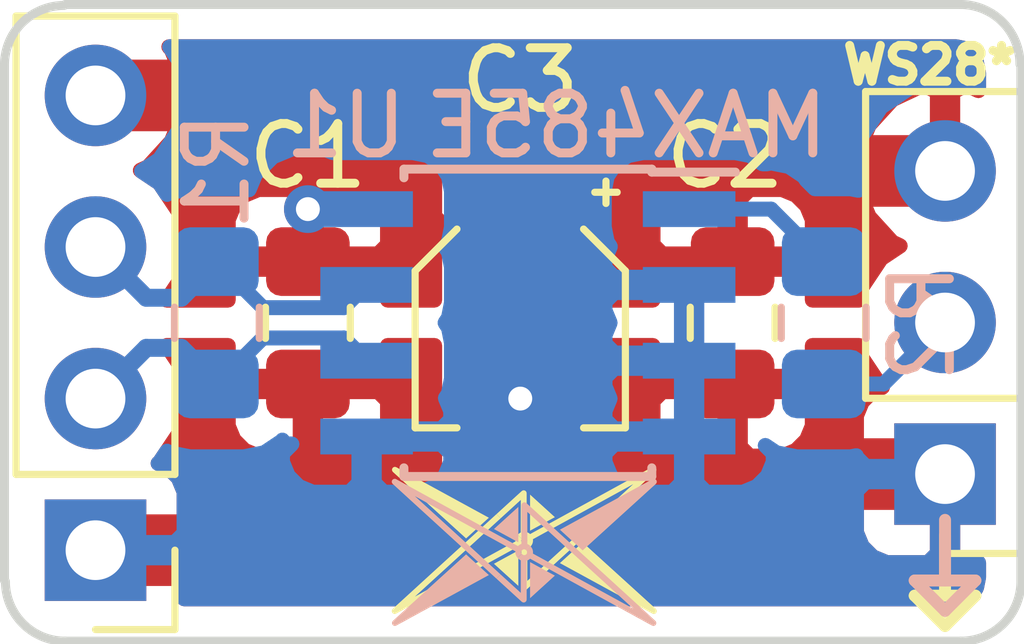
<source format=kicad_pcb>
(kicad_pcb (version 20171130) (host pcbnew 5.0.0)

  (general
    (thickness 1.6)
    (drawings 17)
    (tracks 26)
    (zones 0)
    (modules 10)
    (nets 7)
  )

  (page A4)
  (layers
    (0 F.Cu signal hide)
    (31 B.Cu signal)
    (32 B.Adhes user hide)
    (33 F.Adhes user)
    (34 B.Paste user hide)
    (35 F.Paste user hide)
    (36 B.SilkS user)
    (37 F.SilkS user hide)
    (38 B.Mask user hide)
    (39 F.Mask user hide)
    (40 Dwgs.User user hide)
    (41 Cmts.User user hide)
    (42 Eco1.User user hide)
    (43 Eco2.User user hide)
    (44 Edge.Cuts user)
    (45 Margin user hide)
    (46 B.CrtYd user hide)
    (47 F.CrtYd user hide)
    (48 B.Fab user hide)
    (49 F.Fab user hide)
  )

  (setup
    (last_trace_width 0.3)
    (user_trace_width 0.3)
    (user_trace_width 0.8)
    (user_trace_width 1.2)
    (trace_clearance 0.2)
    (zone_clearance 0.508)
    (zone_45_only no)
    (trace_min 0.2)
    (segment_width 0.2)
    (edge_width 0.15)
    (via_size 0.8)
    (via_drill 0.4)
    (via_min_size 0.4)
    (via_min_drill 0.3)
    (uvia_size 0.3)
    (uvia_drill 0.1)
    (uvias_allowed no)
    (uvia_min_size 0.2)
    (uvia_min_drill 0.1)
    (pcb_text_width 0.3)
    (pcb_text_size 1.5 1.5)
    (mod_edge_width 0.15)
    (mod_text_size 1 1)
    (mod_text_width 0.15)
    (pad_size 1.7 1.7)
    (pad_drill 1)
    (pad_to_mask_clearance 0.2)
    (aux_axis_origin 0 0)
    (visible_elements FFFFFF7F)
    (pcbplotparams
      (layerselection 0x010fc_ffffffff)
      (usegerberextensions false)
      (usegerberattributes true)
      (usegerberadvancedattributes false)
      (creategerberjobfile false)
      (excludeedgelayer true)
      (linewidth 0.100000)
      (plotframeref false)
      (viasonmask false)
      (mode 1)
      (useauxorigin false)
      (hpglpennumber 1)
      (hpglpenspeed 20)
      (hpglpendiameter 15.000000)
      (psnegative false)
      (psa4output false)
      (plotreference true)
      (plotvalue true)
      (plotinvisibletext false)
      (padsonsilk false)
      (subtractmaskfromsilk false)
      (outputformat 1)
      (mirror false)
      (drillshape 0)
      (scaleselection 1)
      (outputdirectory "/home/wiebel/Workspace/CANNode/Hardware/kicad/DiffWS2811/gerber/"))
  )

  (net 0 "")
  (net 1 "Net-(R2-Pad2)")
  (net 2 "Net-(J2-Pad2)")
  (net 3 GND)
  (net 4 VCC)
  (net 5 /D+)
  (net 6 /D-)

  (net_class Default "This is the default net class."
    (clearance 0.2)
    (trace_width 0.25)
    (via_dia 0.8)
    (via_drill 0.4)
    (uvia_dia 0.3)
    (uvia_drill 0.1)
    (add_net /D+)
    (add_net /D-)
    (add_net GND)
    (add_net "Net-(J2-Pad2)")
    (add_net "Net-(R2-Pad2)")
    (add_net VCC)
  )

  (module own:LOGO_MID (layer B.Cu) (tedit 0) (tstamp 5C046680)
    (at 152.146 67.31 180)
    (fp_text reference "" (at 0 0 180) (layer B.SilkS)
      (effects (font (size 1.27 1.27) (thickness 0.15)) (justify mirror))
    )
    (fp_text value "" (at 0 0 180) (layer B.SilkS)
      (effects (font (size 1.27 1.27) (thickness 0.15)) (justify mirror))
    )
    (fp_poly (pts (xy 0.049153 2.466359) (xy 0.029946 2.462459) (xy 0.013781 2.451281) (xy 0.003256 2.434781)
      (xy 0 2.415481) (xy 0.004556 2.396381) (xy 0.016168 2.38064) (xy 0.032443 2.365659)
      (xy 0.065212 2.33604) (xy 0.081487 2.321181) (xy 0.097871 2.306318) (xy 0.11415 2.291459)
      (xy 0.130534 2.2767) (xy 0.146809 2.261818) (xy 0.163193 2.246959) (xy 0.195746 2.21724)
      (xy 0.212131 2.202481) (xy 0.228515 2.1876) (xy 0.24479 2.17274) (xy 0.261175 2.157881)
      (xy 0.277453 2.143018) (xy 0.293837 2.12814) (xy 0.310112 2.113281) (xy 0.326496 2.0983)
      (xy 0.342771 2.083659) (xy 0.359159 2.0688) (xy 0.375434 2.053918) (xy 0.391818 2.039059)
      (xy 0.408093 2.0242) (xy 0.424481 2.00944) (xy 0.440756 1.994575) (xy 0.473525 1.964843)
      (xy 0.4898 1.949978) (xy 0.506187 1.935112) (xy 0.522462 1.920246) (xy 0.538843 1.905384)
      (xy 0.555121 1.890625) (xy 0.571506 1.875759) (xy 0.587784 1.860893) (xy 0.604165 1.846028)
      (xy 0.62044 1.831162) (xy 0.636828 1.816296) (xy 0.653103 1.80154) (xy 0.669487 1.786675)
      (xy 0.685762 1.771812) (xy 0.702146 1.756837) (xy 0.718425 1.742078) (xy 0.751193 1.712346)
      (xy 0.767468 1.697484) (xy 0.783856 1.682615) (xy 0.800131 1.667753) (xy 0.816512 1.652993)
      (xy 0.83279 1.638131) (xy 0.849175 1.623262) (xy 0.865453 1.608396) (xy 0.881837 1.593534)
      (xy 0.898112 1.578665) (xy 0.914496 1.563912) (xy 0.930771 1.549043) (xy 0.947159 1.534181)
      (xy 0.963434 1.519312) (xy 0.979815 1.504559) (xy 0.996093 1.48969) (xy 1.028862 1.459962)
      (xy 1.045137 1.445093) (xy 1.061521 1.430231) (xy 1.0778 1.415362) (xy 1.094184 1.40039)
      (xy 1.110462 1.385634) (xy 1.143231 1.355903) (xy 1.159506 1.341146) (xy 1.175887 1.326281)
      (xy 1.192165 1.311412) (xy 1.20855 1.29655) (xy 1.219509 1.286459) (xy 1.230468 1.276475)
      (xy 1.241537 1.266384) (xy 1.252493 1.276475) (xy 1.263456 1.286459) (xy 1.274521 1.29655)
      (xy 1.290146 1.310762) (xy 1.305662 1.324978) (xy 1.415037 1.424481) (xy 1.430771 1.438587)
      (xy 1.446396 1.452909) (xy 1.461912 1.467121) (xy 1.493162 1.49555) (xy 1.508896 1.509875)
      (xy 1.524521 1.524087) (xy 1.540037 1.538303) (xy 1.555771 1.552515) (xy 1.571396 1.566731)
      (xy 1.58409 1.57834) (xy 1.596896 1.589953) (xy 1.60959 1.601562) (xy 1.622396 1.613281)
      (xy 1.592231 1.629775) (xy 1.577037 1.638021) (xy 1.561959 1.646265) (xy 1.523328 1.667315)
      (xy 1.504012 1.677953) (xy 1.48459 1.688478) (xy 1.465278 1.699003) (xy 1.42665 1.720162)
      (xy 1.407228 1.730793) (xy 1.387912 1.741318) (xy 1.368596 1.751953) (xy 1.349284 1.762478)
      (xy 1.329862 1.773003) (xy 1.310546 1.783637) (xy 1.291234 1.794162) (xy 1.271918 1.804796)
      (xy 1.252606 1.815321) (xy 1.233181 1.825846) (xy 1.213865 1.836481) (xy 1.194553 1.847006)
      (xy 1.175237 1.857531) (xy 1.136612 1.878687) (xy 1.117187 1.889321) (xy 1.097871 1.899846)
      (xy 1.078559 1.910481) (xy 1.059137 1.921009) (xy 1.039821 1.931534) (xy 1.020509 1.942059)
      (xy 1.001193 1.95269) (xy 0.981881 1.963325) (xy 0.962456 1.97385) (xy 0.94314 1.984375)
      (xy 0.923828 1.995009) (xy 0.904512 2.00554) (xy 0.8852 2.016159) (xy 0.865778 2.0267)
      (xy 0.846462 2.037218) (xy 0.827146 2.047859) (xy 0.807834 2.058381) (xy 0.788412 2.069018)
      (xy 0.749784 2.090059) (xy 0.730468 2.100581) (xy 0.711046 2.111218) (xy 0.691731 2.121859)
      (xy 0.672415 2.132381) (xy 0.652993 2.143018) (xy 0.633681 2.15354) (xy 0.614365 2.164181)
      (xy 0.595053 2.1747) (xy 0.575631 2.185118) (xy 0.556312 2.195859) (xy 0.537 2.206381)
      (xy 0.517578 2.217018) (xy 0.498262 2.22754) (xy 0.47895 2.238181) (xy 0.459637 2.2487)
      (xy 0.440212 2.259218) (xy 0.420896 2.269859) (xy 0.401584 2.280381) (xy 0.382268 2.291018)
      (xy 0.362846 2.30154) (xy 0.343534 2.312059) (xy 0.324218 2.3227) (xy 0.304906 2.333218)
      (xy 0.28559 2.343859) (xy 0.266168 2.354381) (xy 0.246853 2.365018) (xy 0.227431 2.37554)
      (xy 0.208115 2.386181) (xy 0.169487 2.407218) (xy 0.150065 2.417759) (xy 0.13075 2.428381)
      (xy 0.111437 2.439018) (xy 0.092121 2.44954) (xy 0.0727 2.460059) (xy 0.061306 2.46474)) (layer B.SilkS) (width 0))
    (fp_poly (pts (xy 1.772787 1.683918) (xy 1.756512 1.669162) (xy 1.740125 1.654187) (xy 1.72385 1.639321)
      (xy 1.707465 1.62435) (xy 1.691187 1.609375) (xy 1.674806 1.594509) (xy 1.658418 1.579537)
      (xy 1.642143 1.564562) (xy 1.625759 1.549696) (xy 1.609375 1.534612) (xy 1.5931 1.519746)
      (xy 1.576712 1.504884) (xy 1.560331 1.489909) (xy 1.544053 1.474937) (xy 1.527668 1.459962)
      (xy 1.511393 1.445093) (xy 1.495009 1.430121) (xy 1.478625 1.415256) (xy 1.462346 1.400284)
      (xy 1.429578 1.370334) (xy 1.413303 1.355468) (xy 1.380534 1.325521) (xy 1.364259 1.310656)
      (xy 1.347871 1.295681) (xy 1.331596 1.280709) (xy 1.315212 1.26584) (xy 1.298828 1.250868)
      (xy 1.282553 1.235893) (xy 1.266165 1.221028) (xy 1.249784 1.205946) (xy 1.233509 1.191187)
      (xy 1.217121 1.176215) (xy 1.200846 1.16124) (xy 1.184462 1.146375) (xy 1.168078 1.131403)
      (xy 1.1518 1.116428) (xy 1.135415 1.101562) (xy 1.11914 1.086587) (xy 1.102756 1.071721)
      (xy 1.086481 1.05664) (xy 1.070093 1.041775) (xy 1.053712 1.026912) (xy 1.037437 1.011937)
      (xy 1.02105 0.996962) (xy 1.004775 0.982096) (xy 0.972006 0.952146) (xy 0.955731 0.937284)
      (xy 0.939343 0.922309) (xy 0.923068 0.907337) (xy 0.906684 0.892468) (xy 0.8903 0.877493)
      (xy 0.874021 0.862521) (xy 0.857637 0.847656) (xy 0.841256 0.832684) (xy 0.824978 0.817709)
      (xy 0.808593 0.80284) (xy 0.792315 0.787868) (xy 0.775934 0.772893) (xy 0.75955 0.758031)
      (xy 0.743271 0.742946) (xy 0.726887 0.728081) (xy 0.710612 0.713215) (xy 0.67784 0.683268)
      (xy 0.661565 0.668403) (xy 0.628796 0.638456) (xy 0.612521 0.623587) (xy 0.579753 0.59364)
      (xy 0.563478 0.578775) (xy 0.530709 0.548828) (xy 0.514431 0.533962) (xy 0.498046 0.518987)
      (xy 0.481771 0.504012) (xy 0.465387 0.48915) (xy 0.449003 0.474175) (xy 0.432725 0.459203)
      (xy 0.41634 0.444228) (xy 0.400062 0.429362) (xy 0.383681 0.414281) (xy 0.367296 0.399521)
      (xy 0.351018 0.38455) (xy 0.334637 0.369575) (xy 0.31825 0.354709) (xy 0.301975 0.339737)
      (xy 0.28559 0.324762) (xy 0.269206 0.309896) (xy 0.252931 0.294921) (xy 0.220159 0.264975)
      (xy 0.203884 0.250109) (xy 0.1875 0.235134) (xy 0.171225 0.220159) (xy 0.154837 0.205296)
      (xy 0.138456 0.190321) (xy 0.122178 0.175456) (xy 0.105793 0.160481) (xy 0.089518 0.145509)
      (xy 0.073134 0.13064) (xy 0.056859 0.115668) (xy 0.040471 0.100587) (xy 0.024087 0.085828)
      (xy 0.013237 0.071615) (xy 0.008246 0.054471) (xy 0.00955 0.036675) (xy 0.017143 0.020509)
      (xy 0.030056 0.008031) (xy 0.04644 0.001084) (xy 0.064237 0.000543) (xy 0.081056 0.006293)
      (xy 0.100478 0.016928) (xy 0.1199 0.027668) (xy 0.139321 0.038303) (xy 0.158853 0.049043)
      (xy 0.1977 0.070312) (xy 0.217121 0.080946) (xy 0.255968 0.102321) (xy 0.27539 0.113062)
      (xy 0.294812 0.123696) (xy 0.314237 0.13444) (xy 0.353081 0.155709) (xy 0.372506 0.16645)
      (xy 0.391928 0.176975) (xy 0.411459 0.187715) (xy 0.430881 0.198459) (xy 0.450303 0.20909)
      (xy 0.469728 0.219837) (xy 0.48915 0.230468) (xy 0.508571 0.241209) (xy 0.547415 0.262478)
      (xy 0.56684 0.273218) (xy 0.586371 0.283856) (xy 0.605687 0.294487) (xy 0.625109 0.305231)
      (xy 0.644637 0.315862) (xy 0.664062 0.326496) (xy 0.683487 0.337237) (xy 0.722331 0.358509)
      (xy 0.741753 0.36914) (xy 0.761175 0.379884) (xy 0.7806 0.390625) (xy 0.838865 0.422525)
      (xy 0.858287 0.433268) (xy 0.877712 0.443903) (xy 0.897137 0.454643) (xy 0.935981 0.475912)
      (xy 0.955403 0.486653) (xy 0.99425 0.507921) (xy 1.013671 0.518662) (xy 1.033203 0.529296)
      (xy 1.052625 0.540037) (xy 1.091471 0.561306) (xy 1.110893 0.57205) (xy 1.149737 0.593315)
      (xy 1.169162 0.604059) (xy 1.188587 0.61469) (xy 1.208009 0.625434) (xy 1.246853 0.646703)
      (xy 1.266275 0.657337) (xy 1.285809 0.668078) (xy 1.305121 0.678712) (xy 1.324543 0.689453)
      (xy 1.344075 0.700087) (xy 1.363496 0.710828) (xy 1.402343 0.732096) (xy 1.421765 0.742837)
      (xy 1.460612 0.764106) (xy 1.480037 0.774846) (xy 1.518881 0.796115) (xy 1.538303 0.806859)
      (xy 1.557725 0.81749) (xy 1.577146 0.828234) (xy 1.596571 0.838865) (xy 1.616103 0.8495)
      (xy 1.635525 0.860243) (xy 1.654946 0.870878) (xy 1.674368 0.881618) (xy 1.713215 0.902887)
      (xy 1.732637 0.913628) (xy 1.752168 0.924262) (xy 1.77159 0.935006) (xy 1.810437 0.956271)
      (xy 1.829862 0.967012) (xy 1.849284 0.977646) (xy 1.868706 0.988387) (xy 1.907553 1.009659)
      (xy 1.926975 1.0204) (xy 1.946396 1.031034) (xy 1.965928 1.041559) (xy 1.985353 1.052409)
      (xy 2.004781 1.06304) (xy 2.0242 1.073787) (xy 2.06304 1.095053) (xy 2.082459 1.105793)
      (xy 2.101881 1.116428) (xy 2.121318 1.127168) (xy 2.13434 1.116537) (xy 2.148318 1.107531)
      (xy 2.1633 1.100153) (xy 2.17904 1.094509) (xy 2.17904 0.442709) (xy 2.182618 0.424043)
      (xy 2.192918 0.408093) (xy 2.20854 0.397243) (xy 2.226881 0.393118) (xy 2.24554 0.396265)
      (xy 2.261618 0.40614) (xy 2.277881 0.421115) (xy 2.294159 0.436087) (xy 2.31044 0.450956)
      (xy 2.326818 0.465818) (xy 2.359381 0.49555) (xy 2.37564 0.510525) (xy 2.440759 0.569987)
      (xy 2.45704 0.584962) (xy 2.489581 0.61469) (xy 2.505959 0.629559) (xy 2.538518 0.659287)
      (xy 2.5548 0.674262) (xy 2.6199 0.733725) (xy 2.636181 0.748696) (xy 2.652459 0.763562)
      (xy 2.66884 0.778428) (xy 2.685118 0.793293) (xy 2.6709 0.807184) (xy 2.656681 0.820962)
      (xy 2.642581 0.834853) (xy 2.628359 0.84874) (xy 2.614259 0.862521) (xy 2.566081 0.818578)
      (xy 2.55014 0.803928) (xy 2.501959 0.759984) (xy 2.486 0.745334) (xy 2.453881 0.716037)
      (xy 2.43794 0.701281) (xy 2.3737 0.642793) (xy 2.35774 0.628146) (xy 2.32564 0.59885)
      (xy 2.309681 0.584203) (xy 2.277559 0.554906) (xy 2.277559 1.100043) (xy 2.2971 1.110568)
      (xy 2.314559 1.124134) (xy 2.330081 1.139975) (xy 2.28744 1.18164) (xy 2.273118 1.195531)
      (xy 2.2589 1.209418) (xy 2.2487 1.19759) (xy 2.235559 1.189343) (xy 2.220259 1.186521)
      (xy 2.201381 1.190106) (xy 2.185218 1.200737) (xy 2.174581 1.216906) (xy 2.171 1.235787)
      (xy 2.173718 1.250759) (xy 2.18154 1.263781) (xy 2.192918 1.273871) (xy 2.1786 1.287868)
      (xy 2.150181 1.315646) (xy 2.135859 1.329537) (xy 2.12164 1.343534) (xy 2.10764 1.328884)
      (xy 2.0956 1.31239) (xy 2.085818 1.294812) (xy 2.078559 1.275825) (xy 2.074218 1.256078)
      (xy 2.0727 1.235787) (xy 2.07314 1.2245) (xy 2.07444 1.213215) (xy 2.05524 1.20269)
      (xy 1.997287 1.170787) (xy 1.977971 1.160262) (xy 1.939343 1.138996) (xy 1.919921 1.128362)
      (xy 1.900715 1.117731) (xy 1.881293 1.107206) (xy 1.82335 1.075303) (xy 1.804037 1.064778)
      (xy 1.784831 1.054143) (xy 1.746203 1.032878) (xy 1.726887 1.022353) (xy 1.688259 1.001087)
      (xy 1.668943 0.990562) (xy 1.611003 0.958659) (xy 1.591687 0.948134) (xy 1.533743 0.916234)
      (xy 1.514431 0.905709) (xy 1.456487 0.873806) (xy 1.437175 0.863281) (xy 1.359915 0.820746)
      (xy 1.340603 0.810112) (xy 1.301975 0.788953) (xy 1.282662 0.778428) (xy 1.244034 0.757162)
      (xy 1.224828 0.746637) (xy 1.186196 0.725368) (xy 1.166884 0.714843) (xy 1.10894 0.68294)
      (xy 1.089628 0.672415) (xy 1.070421 0.661784) (xy 1.051106 0.65115) (xy 1.03179 0.640625)
      (xy 0.97385 0.608725) (xy 0.954537 0.5982) (xy 0.89659 0.566296) (xy 0.877278 0.555771)
      (xy 0.819337 0.523871) (xy 0.800021 0.513346) (xy 0.742078 0.481443) (xy 0.722762 0.470918)
      (xy 0.684137 0.449653) (xy 0.664821 0.439128) (xy 0.645615 0.428493) (xy 0.626303 0.417753)
      (xy 0.606987 0.407337) (xy 0.549043 0.375434) (xy 0.529731 0.364909) (xy 0.491103 0.34364)
      (xy 0.471896 0.333115) (xy 0.433268 0.31185) (xy 0.413953 0.301325) (xy 0.394637 0.290687)
      (xy 0.492296 0.379884) (xy 0.508571 0.394856) (xy 0.541125 0.424587) (xy 0.557509 0.439453)
      (xy 0.573787 0.454318) (xy 0.590062 0.46929) (xy 0.67144 0.543618) (xy 0.687715 0.558593)
      (xy 0.752821 0.617946) (xy 0.769206 0.632921) (xy 0.785481 0.647787) (xy 0.801759 0.662762)
      (xy 0.899412 0.751953) (xy 0.915687 0.766928) (xy 0.931965 0.78179) (xy 0.94835 0.796659)
      (xy 0.964628 0.811521) (xy 0.980793 0.826281) (xy 0.997178 0.841256) (xy 1.046009 0.88585)
      (xy 1.062284 0.900825) (xy 1.176215 1.004884) (xy 1.19249 1.019856) (xy 1.208765 1.034612)
      (xy 1.225043 1.049587) (xy 1.257593 1.079318) (xy 1.273981 1.094184) (xy 1.306534 1.123912)
      (xy 1.322809 1.138781) (xy 1.453015 1.257812) (xy 1.46929 1.272787) (xy 1.583225 1.376843)
      (xy 1.5995 1.391818) (xy 1.615778 1.406684) (xy 1.632162 1.42155) (xy 1.762368 1.540471)
      (xy 1.778646 1.555446) (xy 1.84375 1.614909) (xy 1.829537 1.628687) (xy 1.815321 1.642578)
      (xy 1.801215 1.656359) (xy 1.787 1.670246)) (layer B.SilkS) (width 0))
    (fp_poly (pts (xy 2.122059 1.070531) (xy 2.049159 1.0306) (xy 2.030381 1.02029) (xy 2.0115 1.01009)
      (xy 1.992731 0.999784) (xy 1.973959 0.989475) (xy 1.955187 0.979275) (xy 1.936306 0.969075)
      (xy 1.917537 0.958765) (xy 1.898762 0.948565) (xy 1.87999 0.938259) (xy 1.861112 0.928062)
      (xy 1.842337 0.917753) (xy 1.823565 0.907553) (xy 1.804796 0.897243) (xy 1.786025 0.887043)
      (xy 1.767143 0.876737) (xy 1.752062 0.868487) (xy 1.736762 0.860243) (xy 1.706381 0.84364)
      (xy 1.71929 0.832137) (xy 1.732096 0.820531) (xy 1.745009 0.808918) (xy 1.757812 0.797309)
      (xy 1.773437 0.782987) (xy 1.789171 0.768771) (xy 1.804796 0.75445) (xy 1.820421 0.740234)
      (xy 1.836156 0.726018) (xy 1.851781 0.711696) (xy 1.867406 0.697484) (xy 1.883137 0.683268)
      (xy 1.898762 0.668943) (xy 1.914387 0.654731) (xy 1.930121 0.640515) (xy 1.945746 0.626087)
      (xy 1.961481 0.611981) (xy 1.977106 0.597656) (xy 1.992731 0.58344) (xy 2.008459 0.569118)
      (xy 2.039718 0.540687) (xy 2.0535 0.528103) (xy 2.067159 0.515625) (xy 2.08094 0.503146)
      (xy 2.108281 0.478187) (xy 2.122059 0.465712)) (layer B.SilkS) (width 0))
    (fp_poly (pts (xy 1.772787 1.683918) (xy 1.787 1.670246) (xy 1.801215 1.656359) (xy 1.815321 1.642578)
      (xy 1.829537 1.628687) (xy 1.84375 1.614909) (xy 1.859915 1.629559) (xy 1.876193 1.644531)
      (xy 1.892362 1.659287) (xy 1.908528 1.674153) (xy 1.924806 1.689018) (xy 1.940971 1.703775)
      (xy 1.957246 1.71864) (xy 1.973415 1.733396) (xy 1.989584 1.748262) (xy 2.005859 1.763021)
      (xy 2.022018 1.777887) (xy 2.0382 1.792643) (xy 2.054459 1.807509) (xy 2.07064 1.822265)
      (xy 2.0868 1.837131) (xy 2.103081 1.851781) (xy 2.11924 1.866753) (xy 2.135418 1.881512)
      (xy 2.1517 1.896375) (xy 2.167859 1.911134) (xy 2.167859 1.373696) (xy 2.15114 1.365668)
      (xy 2.135859 1.355253) (xy 2.12164 1.343534) (xy 2.135859 1.329537) (xy 2.150181 1.315646)
      (xy 2.1786 1.287868) (xy 2.192918 1.273871) (xy 2.20574 1.28179) (xy 2.220259 1.285156)
      (xy 2.239259 1.281465) (xy 2.255318 1.270725) (xy 2.265959 1.254775) (xy 2.26964 1.235787)
      (xy 2.266281 1.221896) (xy 2.2589 1.209418) (xy 2.273118 1.195531) (xy 2.28744 1.18164)
      (xy 2.330081 1.139975) (xy 2.343 1.156575) (xy 2.353518 1.174696) (xy 2.36144 1.194337)
      (xy 2.366218 1.214843) (xy 2.36784 1.235787) (xy 2.367181 1.250759) (xy 2.3865 1.261393)
      (xy 2.405918 1.271918) (xy 2.42524 1.282662) (xy 2.444659 1.293293) (xy 2.483281 1.314562)
      (xy 2.52214 1.335828) (xy 2.560759 1.357096) (xy 2.580181 1.367731) (xy 2.5995 1.378362)
      (xy 2.618918 1.388996) (xy 2.657559 1.410262) (xy 2.676981 1.420896) (xy 2.696281 1.431534)
      (xy 2.715718 1.442059) (xy 2.75434 1.463434) (xy 2.773759 1.474065) (xy 2.812381 1.495334)
      (xy 2.8318 1.505965) (xy 2.85114 1.516603) (xy 2.870559 1.527237) (xy 2.889859 1.537868)
      (xy 2.909281 1.548503) (xy 2.928618 1.559137) (xy 2.948018 1.569768) (xy 2.96734 1.580403)
      (xy 2.986759 1.591037) (xy 3.025381 1.612196) (xy 3.0448 1.622937) (xy 3.06414 1.633571)
      (xy 3.083559 1.644206) (xy 3.122159 1.665471) (xy 3.141618 1.676106) (xy 3.160918 1.68674)
      (xy 3.18034 1.697375) (xy 3.218981 1.71864) (xy 3.238381 1.729275) (xy 3.277018 1.75054)
      (xy 3.29644 1.761175) (xy 3.335081 1.782337) (xy 3.3545 1.792968) (xy 3.41244 1.824868)
      (xy 3.431859 1.835503) (xy 3.451159 1.846137) (xy 3.470581 1.856771) (xy 3.489918 1.867406)
      (xy 3.50934 1.878037) (xy 3.547981 1.899196) (xy 3.5868 1.920571) (xy 3.62544 1.94184)
      (xy 3.644859 1.952475) (xy 3.683481 1.97374) (xy 3.702918 1.984375) (xy 3.722218 1.995009)
      (xy 3.74164 2.00564) (xy 3.799581 2.03754) (xy 3.819 2.048181) (xy 3.85764 2.06934)
      (xy 3.877059 2.080081) (xy 3.9157 2.10134) (xy 3.935118 2.111981) (xy 3.97374 2.13324)
      (xy 3.993159 2.143881) (xy 4.012481 2.154518) (xy 4.031881 2.16514) (xy 4.051218 2.175781)
      (xy 4.03494 2.1608) (xy 4.018559 2.14594) (xy 4.002281 2.130959) (xy 3.985881 2.1161)
      (xy 3.969618 2.101118) (xy 3.953218 2.086159) (xy 3.936859 2.071281) (xy 3.920581 2.056318)
      (xy 3.9042 2.041459) (xy 3.887918 2.026481) (xy 3.871518 2.0115) (xy 3.855259 1.996637)
      (xy 3.838859 1.981662) (xy 3.822581 1.966796) (xy 3.8062 1.951821) (xy 3.78994 1.936959)
      (xy 3.757159 1.907009) (xy 3.740881 1.892143) (xy 3.7245 1.877168) (xy 3.708218 1.862196)
      (xy 3.69184 1.847331) (xy 3.675559 1.832465) (xy 3.659281 1.81749) (xy 3.642918 1.802625)
      (xy 3.626518 1.787653) (xy 3.61024 1.772787) (xy 3.593981 1.757812) (xy 3.577581 1.742946)
      (xy 3.5613 1.727971) (xy 3.544918 1.713109) (xy 3.52864 1.698134) (xy 3.512259 1.683268)
      (xy 3.495981 1.668293) (xy 3.479618 1.653428) (xy 3.46334 1.638456) (xy 3.44694 1.623587)
      (xy 3.430659 1.608615) (xy 3.414281 1.59364) (xy 3.398 1.578775) (xy 3.381718 1.563912)
      (xy 3.36534 1.548937) (xy 3.348981 1.534071) (xy 3.3327 1.519096) (xy 3.3163 1.504121)
      (xy 3.300018 1.489259) (xy 3.28364 1.474284) (xy 3.267359 1.459418) (xy 3.250981 1.444337)
      (xy 3.2347 1.429578) (xy 3.2183 1.414606) (xy 3.202018 1.399737) (xy 3.185659 1.384765)
      (xy 3.169381 1.3699) (xy 3.153 1.354925) (xy 3.136718 1.339953) (xy 3.12034 1.325087)
      (xy 3.104059 1.310112) (xy 3.087659 1.295246) (xy 3.071381 1.280271) (xy 3.055 1.265409)
      (xy 3.03874 1.250434) (xy 3.022481 1.235568) (xy 3.006081 1.220593) (xy 2.9898 1.205731)
      (xy 2.973418 1.190756) (xy 2.95714 1.175887) (xy 2.94074 1.160809) (xy 2.924481 1.14605)
      (xy 2.908081 1.131187) (xy 2.8918 1.116212) (xy 2.875559 1.101343) (xy 2.859159 1.086371)
      (xy 2.842881 1.071506) (xy 2.8265 1.056534) (xy 2.810218 1.041559) (xy 2.79384 1.02669)
      (xy 2.777559 1.011828) (xy 2.761281 0.996853) (xy 2.7449 0.981987) (xy 2.728618 0.967012)
      (xy 2.71224 0.952146) (xy 2.695959 0.937175) (xy 2.679581 0.922309) (xy 2.6632 0.907337)
      (xy 2.646918 0.892253) (xy 2.63054 0.877493) (xy 2.614259 0.862521) (xy 2.628359 0.84874)
      (xy 2.642581 0.834853) (xy 2.656681 0.820962) (xy 2.6709 0.807184) (xy 2.685118 0.793293)
      (xy 2.783418 0.883031) (xy 2.7998 0.898218) (xy 2.8162 0.913087) (xy 2.832581 0.928062)
      (xy 2.86534 0.958009) (xy 2.881718 0.97309) (xy 2.898118 0.987956) (xy 2.9145 1.002931)
      (xy 2.930781 1.017903) (xy 3.192918 1.257487) (xy 3.2093 1.272568) (xy 3.2258 1.287543)
      (xy 3.27494 1.332465) (xy 3.291218 1.347437) (xy 3.307618 1.362196) (xy 3.602518 1.631837)
      (xy 3.6188 1.646812) (xy 3.6353 1.661784) (xy 3.668081 1.691731) (xy 3.684359 1.706706)
      (xy 3.70084 1.721681) (xy 3.717218 1.736653) (xy 3.7335 1.751628) (xy 3.766281 1.781575)
      (xy 3.782781 1.79655) (xy 3.799159 1.811521) (xy 3.815418 1.826496) (xy 3.831918 1.841362)
      (xy 3.8482 1.856443) (xy 3.8647 1.871418) (xy 3.881081 1.886393) (xy 3.897359 1.901365)
      (xy 3.913759 1.91634) (xy 3.930218 1.931312) (xy 3.995781 1.991212) (xy 4.012059 2.006181)
      (xy 4.028418 2.021159) (xy 4.044918 2.03614) (xy 4.0612 2.0511) (xy 4.356118 2.32054)
      (xy 4.3725 2.335718) (xy 4.421659 2.38064) (xy 4.433481 2.396381) (xy 4.43814 2.415359)
      (xy 4.434881 2.434781) (xy 4.424159 2.451281) (xy 4.407781 2.462559) (xy 4.38834 2.466359)
      (xy 4.3762 2.46474) (xy 4.3648 2.460059) (xy 4.32594 2.4388) (xy 4.306518 2.428059)
      (xy 4.287 2.417418) (xy 4.267581 2.4068) (xy 4.248159 2.39604) (xy 4.228718 2.3853)
      (xy 4.2093 2.374681) (xy 4.170481 2.3534) (xy 4.151059 2.342659) (xy 4.1122 2.3214)
      (xy 4.092781 2.310659) (xy 4.073359 2.300018) (xy 4.053918 2.289281) (xy 4.0345 2.27864)
      (xy 4.015081 2.2679) (xy 3.995559 2.257259) (xy 3.97614 2.24664) (xy 3.9567 2.2359)
      (xy 3.937281 2.225259) (xy 3.917859 2.214518) (xy 3.879018 2.193259) (xy 3.859581 2.1825)
      (xy 3.82074 2.16124) (xy 3.80134 2.1504) (xy 3.762481 2.12924) (xy 3.743059 2.118481)
      (xy 3.704218 2.097118) (xy 3.684781 2.086481) (xy 3.64594 2.065218) (xy 3.626518 2.054459)
      (xy 3.607081 2.04384) (xy 3.587659 2.0331) (xy 3.54884 2.011818) (xy 3.529418 2.001081)
      (xy 3.490559 1.979815) (xy 3.47114 1.969075) (xy 3.4323 1.947809) (xy 3.412859 1.937065)
      (xy 3.39344 1.926434) (xy 3.374018 1.915687) (xy 3.335159 1.894421) (xy 3.31574 1.883681)
      (xy 3.296218 1.873046) (xy 3.276918 1.862412) (xy 3.257381 1.851671) (xy 3.23794 1.841037)
      (xy 3.218518 1.830293) (xy 3.1797 1.808918) (xy 3.160281 1.798287) (xy 3.121418 1.777018)
      (xy 3.102 1.766275) (xy 3.082581 1.75564) (xy 3.06314 1.7449) (xy 3.0243 1.723634)
      (xy 3.004881 1.71289) (xy 2.966018 1.691621) (xy 2.946618 1.680881) (xy 2.907781 1.659612)
      (xy 2.88834 1.648871) (xy 2.868918 1.638237) (xy 2.8495 1.627493) (xy 2.830081 1.616862)
      (xy 2.810559 1.606228) (xy 2.791118 1.595487) (xy 2.7717 1.584853) (xy 2.752281 1.574003)
      (xy 2.71344 1.55284) (xy 2.694018 1.5421) (xy 2.674581 1.531465) (xy 2.655159 1.520725)
      (xy 2.63574 1.51009) (xy 2.616218 1.49935) (xy 2.577359 1.478081) (xy 2.55794 1.467337)
      (xy 2.5191 1.446071) (xy 2.499781 1.435331) (xy 2.480259 1.424696) (xy 2.460818 1.414062)
      (xy 2.4414 1.403318) (xy 2.421981 1.392687) (xy 2.402559 1.381837) (xy 2.363718 1.360678)
      (xy 2.3443 1.349937) (xy 2.324859 1.3393) (xy 2.311959 1.350912) (xy 2.297859 1.360893)
      (xy 2.282559 1.36914) (xy 2.2665 1.375759) (xy 2.2665 2.023318) (xy 2.263018 2.041881)
      (xy 2.252818 2.057718) (xy 2.2373 2.068459) (xy 2.218859 2.0727) (xy 2.200081 2.069659)
      (xy 2.183818 2.059781) (xy 2.168081 2.045359) (xy 2.15224 2.030918) (xy 2.1364 2.016381)
      (xy 2.120659 2.001959) (xy 2.088981 1.97309) (xy 2.07324 1.958659) (xy 2.0574 1.944228)
      (xy 2.041559 1.929687) (xy 2.025718 1.915256) (xy 2.009981 1.900825) (xy 1.9783 1.871962)
      (xy 1.962562 1.857421) (xy 1.930881 1.828559) (xy 1.915146 1.814128) (xy 1.883462 1.785262)
      (xy 1.867621 1.770725) (xy 1.851887 1.756293) (xy 1.836046 1.741862) (xy 1.820312 1.727431)
      (xy 1.804468 1.71289) (xy 1.788628 1.698459)) (layer B.SilkS) (width 0))
    (fp_poly (pts (xy 2.318581 1.995225) (xy 2.318581 1.4018) (xy 2.3915 1.441731) (xy 2.428159 1.461696)
      (xy 2.4464 1.471681) (xy 2.501418 1.501628) (xy 2.51964 1.511503) (xy 2.537981 1.521484)
      (xy 2.574659 1.54145) (xy 2.592881 1.551434) (xy 2.629559 1.571396) (xy 2.647781 1.581381)
      (xy 2.666118 1.591362) (xy 2.726881 1.62435) (xy 2.714081 1.635959) (xy 2.701181 1.647568)
      (xy 2.688359 1.659287) (xy 2.675559 1.670896) (xy 2.64324 1.700193) (xy 2.627059 1.714953)
      (xy 2.6109 1.7296) (xy 2.594718 1.744359) (xy 2.5624 1.773656) (xy 2.54634 1.788303)
      (xy 2.530159 1.803062) (xy 2.49784 1.832356) (xy 2.481659 1.847112) (xy 2.4655 1.861762)
      (xy 2.449318 1.876518) (xy 2.417 1.905815) (xy 2.400818 1.920571) (xy 2.38444 1.935437)
      (xy 2.36794 1.950412) (xy 2.351459 1.965168) (xy 2.335059 1.980253)) (layer B.SilkS) (width 0))
    (fp_poly (pts (xy 3.193259 1.200087) (xy 3.1823 1.189993) (xy 3.171218 1.179906) (xy 3.160281 1.169812)
      (xy 3.113381 1.127168) (xy 3.097659 1.112956) (xy 3.035159 1.056096) (xy 3.019418 1.041884)
      (xy 2.9413 0.970812) (xy 2.925559 0.956596) (xy 2.863059 0.899737) (xy 2.85014 0.888131)
      (xy 2.837359 0.876412) (xy 2.82444 0.8648) (xy 2.81164 0.853187) (xy 2.872381 0.820203)
      (xy 2.891718 0.809568) (xy 2.91114 0.799043) (xy 2.93044 0.788518) (xy 2.949759 0.777887)
      (xy 2.969081 0.767253) (xy 2.9885 0.756728) (xy 3.0078 0.746203) (xy 3.02714 0.735568)
      (xy 3.046559 0.725043) (xy 3.065859 0.714518) (xy 3.085159 0.703884) (xy 3.1045 0.693359)
      (xy 3.123918 0.682834) (xy 3.143218 0.6722) (xy 3.162559 0.661675) (xy 3.181859 0.65104)
      (xy 3.201159 0.640515) (xy 3.220581 0.62999) (xy 3.239918 0.619359) (xy 3.278518 0.598309)
      (xy 3.297981 0.587675) (xy 3.317281 0.577146) (xy 3.336581 0.566512) (xy 3.355918 0.555987)
      (xy 3.37534 0.545356) (xy 3.41394 0.524196) (xy 3.433381 0.513671) (xy 3.4527 0.503146)
      (xy 3.472 0.492512) (xy 3.51064 0.471462) (xy 3.530059 0.460828) (xy 3.549359 0.450303)
      (xy 3.5687 0.439668) (xy 3.588 0.429143) (xy 3.607418 0.418618) (xy 3.626759 0.407987)
      (xy 3.646159 0.397462) (xy 3.665481 0.386828) (xy 3.704118 0.365668) (xy 3.723518 0.355143)
      (xy 3.74284 0.344618) (xy 3.762159 0.333984) (xy 3.781581 0.323459) (xy 3.800881 0.312825)
      (xy 3.8202 0.3023) (xy 3.83964 0.291559) (xy 3.878259 0.270615) (xy 3.897659 0.259981)
      (xy 3.917 0.249459) (xy 3.9363 0.238825) (xy 3.955718 0.228296) (xy 3.975059 0.217662)
      (xy 3.994359 0.20714) (xy 4.013781 0.196615) (xy 4.033081 0.185981) (xy 4.052418 0.175456)
      (xy 4.071718 0.164821) (xy 4.09114 0.154296) (xy 4.110481 0.143771) (xy 4.129781 0.133028)
      (xy 4.149081 0.122612) (xy 4.1685 0.111978) (xy 4.18784 0.101453) (xy 4.20724 0.090818)
      (xy 4.226559 0.080293) (xy 4.245881 0.069662) (xy 4.2653 0.059137) (xy 4.284618 0.048503)
      (xy 4.303918 0.037978) (xy 4.32324 0.027453) (xy 4.342659 0.016818) (xy 4.361981 0.006293)
      (xy 4.3788 0.000978) (xy 4.396381 0.001843) (xy 4.412559 0.008896) (xy 4.42514 0.021265)
      (xy 4.432618 0.037218) (xy 4.434018 0.054796) (xy 4.42914 0.071721) (xy 4.418618 0.085828)
      (xy 4.385859 0.115559) (xy 4.369581 0.130315) (xy 4.3532 0.145181) (xy 4.336918 0.160046)
      (xy 4.320518 0.174912) (xy 4.304259 0.189778) (xy 4.287859 0.204643) (xy 4.271581 0.219403)
      (xy 4.255218 0.234265) (xy 4.23894 0.249131) (xy 4.222559 0.263996) (xy 4.206281 0.278862)
      (xy 4.189881 0.293728) (xy 4.173618 0.308593) (xy 4.157218 0.323459) (xy 4.14094 0.338215)
      (xy 4.124559 0.353081) (xy 4.108281 0.367946) (xy 4.091918 0.382812) (xy 4.07564 0.397678)
      (xy 4.05924 0.412437) (xy 4.042981 0.4273) (xy 4.026581 0.442059) (xy 4.0103 0.457031)
      (xy 3.977518 0.486762) (xy 3.96124 0.501628) (xy 3.944881 0.516493) (xy 3.928618 0.53114)
      (xy 3.912218 0.546115) (xy 3.89594 0.560981) (xy 3.879559 0.575846) (xy 3.863281 0.590712)
      (xy 3.846881 0.605468) (xy 3.830618 0.620334) (xy 3.814259 0.6352) (xy 3.797981 0.650062)
      (xy 3.781581 0.664931) (xy 3.7653 0.679796) (xy 3.748918 0.694662) (xy 3.73264 0.709418)
      (xy 3.699859 0.73915) (xy 3.683581 0.754012) (xy 3.667218 0.768881) (xy 3.65094 0.783743)
      (xy 3.634559 0.798503) (xy 3.618281 0.813478) (xy 3.601881 0.828234) (xy 3.585618 0.8431)
      (xy 3.569218 0.857962) (xy 3.55294 0.872831) (xy 3.5202 0.902562) (xy 3.503918 0.917315)
      (xy 3.48764 0.932184) (xy 3.47124 0.94705) (xy 3.454981 0.961912) (xy 3.4222 0.991643)
      (xy 3.405918 1.006512) (xy 3.389518 1.021375) (xy 3.373281 1.036134) (xy 3.356881 1.050996)
      (xy 3.340618 1.065862) (xy 3.30784 1.095593) (xy 3.291559 1.110462) (xy 3.275159 1.125325)
      (xy 3.258881 1.14019) (xy 3.2425 1.154946) (xy 3.22624 1.169812) (xy 3.215281 1.179906)
      (xy 3.204218 1.189993)) (layer B.SilkS) (width 0))
  )

  (module Capacitor_SMD:CP_Elec_3x5.4 (layer F.Cu) (tedit 5A841F9D) (tstamp 5C032C32)
    (at 149.86 62.23 270)
    (descr "SMT capacitor, aluminium electrolytic, 3x5.4, Nichicon ")
    (tags "Capacitor Electrolytic")
    (path /5C07F5DF)
    (attr smd)
    (fp_text reference C3 (at -4.064 0) (layer F.SilkS)
      (effects (font (size 1 1) (thickness 0.15)))
    )
    (fp_text value CP_Small (at 0 2.7 270) (layer F.Fab)
      (effects (font (size 1 1) (thickness 0.15)))
    )
    (fp_text user %R (at 0 0 270) (layer F.Fab)
      (effects (font (size 0.6 0.6) (thickness 0.09)))
    )
    (fp_line (start -2.85 1.05) (end -1.78 1.05) (layer F.CrtYd) (width 0.05))
    (fp_line (start -2.85 -1.05) (end -2.85 1.05) (layer F.CrtYd) (width 0.05))
    (fp_line (start -1.78 -1.05) (end -2.85 -1.05) (layer F.CrtYd) (width 0.05))
    (fp_line (start -1.78 -1.05) (end -0.93 -1.9) (layer F.CrtYd) (width 0.05))
    (fp_line (start -1.78 1.05) (end -0.93 1.9) (layer F.CrtYd) (width 0.05))
    (fp_line (start -0.93 -1.9) (end 1.9 -1.9) (layer F.CrtYd) (width 0.05))
    (fp_line (start -0.93 1.9) (end 1.9 1.9) (layer F.CrtYd) (width 0.05))
    (fp_line (start 1.9 1.05) (end 1.9 1.9) (layer F.CrtYd) (width 0.05))
    (fp_line (start 2.85 1.05) (end 1.9 1.05) (layer F.CrtYd) (width 0.05))
    (fp_line (start 2.85 -1.05) (end 2.85 1.05) (layer F.CrtYd) (width 0.05))
    (fp_line (start 1.9 -1.05) (end 2.85 -1.05) (layer F.CrtYd) (width 0.05))
    (fp_line (start 1.9 -1.9) (end 1.9 -1.05) (layer F.CrtYd) (width 0.05))
    (fp_line (start -2.1875 -1.6225) (end -2.1875 -1.2475) (layer F.SilkS) (width 0.12))
    (fp_line (start -2.375 -1.435) (end -2 -1.435) (layer F.SilkS) (width 0.12))
    (fp_line (start -1.570563 1.06) (end -0.870563 1.76) (layer F.SilkS) (width 0.12))
    (fp_line (start -1.570563 -1.06) (end -0.870563 -1.76) (layer F.SilkS) (width 0.12))
    (fp_line (start -0.870563 1.76) (end 1.76 1.76) (layer F.SilkS) (width 0.12))
    (fp_line (start -0.870563 -1.76) (end 1.76 -1.76) (layer F.SilkS) (width 0.12))
    (fp_line (start 1.76 -1.76) (end 1.76 -1.06) (layer F.SilkS) (width 0.12))
    (fp_line (start 1.76 1.76) (end 1.76 1.06) (layer F.SilkS) (width 0.12))
    (fp_line (start -0.960469 -0.95) (end -0.960469 -0.65) (layer F.Fab) (width 0.1))
    (fp_line (start -1.110469 -0.8) (end -0.810469 -0.8) (layer F.Fab) (width 0.1))
    (fp_line (start -1.65 0.825) (end -0.825 1.65) (layer F.Fab) (width 0.1))
    (fp_line (start -1.65 -0.825) (end -0.825 -1.65) (layer F.Fab) (width 0.1))
    (fp_line (start -1.65 -0.825) (end -1.65 0.825) (layer F.Fab) (width 0.1))
    (fp_line (start -0.825 1.65) (end 1.65 1.65) (layer F.Fab) (width 0.1))
    (fp_line (start -0.825 -1.65) (end 1.65 -1.65) (layer F.Fab) (width 0.1))
    (fp_line (start 1.65 -1.65) (end 1.65 1.65) (layer F.Fab) (width 0.1))
    (fp_circle (center 0 0) (end 1.5 0) (layer F.Fab) (width 0.1))
    (pad 2 smd rect (at 1.5 0 270) (size 2.2 1.6) (layers F.Cu F.Paste F.Mask)
      (net 3 GND))
    (pad 1 smd rect (at -1.5 0 270) (size 2.2 1.6) (layers F.Cu F.Paste F.Mask)
      (net 4 VCC))
    (model ${KISYS3DMOD}/Capacitor_SMD.3dshapes/CP_Elec_3x5.4.wrl
      (at (xyz 0 0 0))
      (scale (xyz 1 1 1))
      (rotate (xyz 0 0 0))
    )
  )

  (module Capacitor_SMD:C_0805_2012Metric_Pad1.15x1.40mm_HandSolder (layer F.Cu) (tedit 5B36C52B) (tstamp 5C032CB8)
    (at 153.416 62.23 270)
    (descr "Capacitor SMD 0805 (2012 Metric), square (rectangular) end terminal, IPC_7351 nominal with elongated pad for handsoldering. (Body size source: https://docs.google.com/spreadsheets/d/1BsfQQcO9C6DZCsRaXUlFlo91Tg2WpOkGARC1WS5S8t0/edit?usp=sharing), generated with kicad-footprint-generator")
    (tags "capacitor handsolder")
    (path /5C07E1E5)
    (attr smd)
    (fp_text reference C2 (at -2.794 0.127) (layer F.SilkS)
      (effects (font (size 1 1) (thickness 0.15)))
    )
    (fp_text value C_Small (at 0 1.65 270) (layer F.Fab)
      (effects (font (size 1 1) (thickness 0.15)))
    )
    (fp_line (start -1 0.6) (end -1 -0.6) (layer F.Fab) (width 0.1))
    (fp_line (start -1 -0.6) (end 1 -0.6) (layer F.Fab) (width 0.1))
    (fp_line (start 1 -0.6) (end 1 0.6) (layer F.Fab) (width 0.1))
    (fp_line (start 1 0.6) (end -1 0.6) (layer F.Fab) (width 0.1))
    (fp_line (start -0.261252 -0.71) (end 0.261252 -0.71) (layer F.SilkS) (width 0.12))
    (fp_line (start -0.261252 0.71) (end 0.261252 0.71) (layer F.SilkS) (width 0.12))
    (fp_line (start -1.85 0.95) (end -1.85 -0.95) (layer F.CrtYd) (width 0.05))
    (fp_line (start -1.85 -0.95) (end 1.85 -0.95) (layer F.CrtYd) (width 0.05))
    (fp_line (start 1.85 -0.95) (end 1.85 0.95) (layer F.CrtYd) (width 0.05))
    (fp_line (start 1.85 0.95) (end -1.85 0.95) (layer F.CrtYd) (width 0.05))
    (fp_text user %R (at 0 0 270) (layer F.Fab)
      (effects (font (size 0.5 0.5) (thickness 0.08)))
    )
    (pad 1 smd roundrect (at -1.025 0 270) (size 1.15 1.4) (layers F.Cu F.Paste F.Mask) (roundrect_rratio 0.217391)
      (net 4 VCC))
    (pad 2 smd roundrect (at 1.025 0 270) (size 1.15 1.4) (layers F.Cu F.Paste F.Mask) (roundrect_rratio 0.217391)
      (net 3 GND))
    (model ${KISYS3DMOD}/Capacitor_SMD.3dshapes/C_0805_2012Metric.wrl
      (at (xyz 0 0 0))
      (scale (xyz 1 1 1))
      (rotate (xyz 0 0 0))
    )
  )

  (module Capacitor_SMD:C_0805_2012Metric_Pad1.15x1.40mm_HandSolder (layer F.Cu) (tedit 5B36C52B) (tstamp 5C032C88)
    (at 146.304 62.23 270)
    (descr "Capacitor SMD 0805 (2012 Metric), square (rectangular) end terminal, IPC_7351 nominal with elongated pad for handsoldering. (Body size source: https://docs.google.com/spreadsheets/d/1BsfQQcO9C6DZCsRaXUlFlo91Tg2WpOkGARC1WS5S8t0/edit?usp=sharing), generated with kicad-footprint-generator")
    (tags "capacitor handsolder")
    (path /5C066F30)
    (attr smd)
    (fp_text reference C1 (at -2.794 0) (layer F.SilkS)
      (effects (font (size 1 1) (thickness 0.15)))
    )
    (fp_text value C_Small (at 0 1.65 270) (layer F.Fab)
      (effects (font (size 1 1) (thickness 0.15)))
    )
    (fp_line (start -1 0.6) (end -1 -0.6) (layer F.Fab) (width 0.1))
    (fp_line (start -1 -0.6) (end 1 -0.6) (layer F.Fab) (width 0.1))
    (fp_line (start 1 -0.6) (end 1 0.6) (layer F.Fab) (width 0.1))
    (fp_line (start 1 0.6) (end -1 0.6) (layer F.Fab) (width 0.1))
    (fp_line (start -0.261252 -0.71) (end 0.261252 -0.71) (layer F.SilkS) (width 0.12))
    (fp_line (start -0.261252 0.71) (end 0.261252 0.71) (layer F.SilkS) (width 0.12))
    (fp_line (start -1.85 0.95) (end -1.85 -0.95) (layer F.CrtYd) (width 0.05))
    (fp_line (start -1.85 -0.95) (end 1.85 -0.95) (layer F.CrtYd) (width 0.05))
    (fp_line (start 1.85 -0.95) (end 1.85 0.95) (layer F.CrtYd) (width 0.05))
    (fp_line (start 1.85 0.95) (end -1.85 0.95) (layer F.CrtYd) (width 0.05))
    (fp_text user %R (at 0 0 270) (layer F.Fab)
      (effects (font (size 0.5 0.5) (thickness 0.08)))
    )
    (pad 1 smd roundrect (at -1.025 0 270) (size 1.15 1.4) (layers F.Cu F.Paste F.Mask) (roundrect_rratio 0.217391)
      (net 4 VCC))
    (pad 2 smd roundrect (at 1.025 0 270) (size 1.15 1.4) (layers F.Cu F.Paste F.Mask) (roundrect_rratio 0.217391)
      (net 3 GND))
    (model ${KISYS3DMOD}/Capacitor_SMD.3dshapes/C_0805_2012Metric.wrl
      (at (xyz 0 0 0))
      (scale (xyz 1 1 1))
      (rotate (xyz 0 0 0))
    )
  )

  (module Connector_PinHeader_2.54mm:PinHeader_1x03_P2.54mm_Vertical (layer F.Cu) (tedit 5BF09D59) (tstamp 5C0462B3)
    (at 156.972 64.765 180)
    (descr "Through hole straight pin header, 1x03, 2.54mm pitch, single row")
    (tags "Through hole pin header THT 1x03 2.54mm single row")
    (path /5C066E44)
    (fp_text reference J2 (at 0 -2.33 180) (layer F.SilkS) hide
      (effects (font (size 1 1) (thickness 0.15)))
    )
    (fp_text value Conn_01x03 (at 0 7.41 180) (layer F.Fab)
      (effects (font (size 1 1) (thickness 0.15)))
    )
    (fp_line (start -0.635 -1.27) (end 1.27 -1.27) (layer F.Fab) (width 0.1))
    (fp_line (start 1.27 -1.27) (end 1.27 6.35) (layer F.Fab) (width 0.1))
    (fp_line (start 1.27 6.35) (end -1.27 6.35) (layer F.Fab) (width 0.1))
    (fp_line (start -1.27 6.35) (end -1.27 -0.635) (layer F.Fab) (width 0.1))
    (fp_line (start -1.27 -0.635) (end -0.635 -1.27) (layer F.Fab) (width 0.1))
    (fp_line (start -1.33 6.41) (end 1.33 6.41) (layer F.SilkS) (width 0.12))
    (fp_line (start -1.33 1.27) (end -1.33 6.41) (layer F.SilkS) (width 0.12))
    (fp_line (start 1.33 1.27) (end 1.33 6.41) (layer F.SilkS) (width 0.12))
    (fp_line (start -1.33 1.27) (end 1.33 1.27) (layer F.SilkS) (width 0.12))
    (fp_line (start -1.33 0) (end -1.33 -1.33) (layer F.SilkS) (width 0.12))
    (fp_line (start -1.33 -1.33) (end 0 -1.33) (layer F.SilkS) (width 0.12))
    (fp_line (start -1.8 -1.8) (end -1.8 6.85) (layer F.CrtYd) (width 0.05))
    (fp_line (start -1.8 6.85) (end 1.8 6.85) (layer F.CrtYd) (width 0.05))
    (fp_line (start 1.8 6.85) (end 1.8 -1.8) (layer F.CrtYd) (width 0.05))
    (fp_line (start 1.8 -1.8) (end -1.8 -1.8) (layer F.CrtYd) (width 0.05))
    (fp_text user %R (at 0 2.54 270) (layer F.Fab)
      (effects (font (size 1 1) (thickness 0.15)))
    )
    (pad 1 thru_hole rect (at 0 0 180) (size 1.7 1.7) (drill 1) (layers *.Cu *.Mask)
      (net 3 GND))
    (pad 2 thru_hole oval (at 0 2.54 180) (size 1.7 1.7) (drill 1) (layers *.Cu *.Mask)
      (net 2 "Net-(J2-Pad2)"))
    (pad 3 thru_hole oval (at 0 5.08 180) (size 1.7 1.7) (drill 1) (layers *.Cu *.Mask)
      (net 4 VCC))
    (model ${KISYS3DMOD}/Connector_PinHeader_2.54mm.3dshapes/PinHeader_1x03_P2.54mm_Vertical.wrl
      (at (xyz 0 0 0))
      (scale (xyz 1 1 1))
      (rotate (xyz 0 0 0))
    )
  )

  (module Connector_PinHeader_2.54mm:PinHeader_1x04_P2.54mm_Vertical (layer F.Cu) (tedit 5C03275F) (tstamp 5C042C4A)
    (at 142.748 66.04 180)
    (descr "Through hole straight pin header, 1x04, 2.54mm pitch, single row")
    (tags "Through hole pin header THT 1x04 2.54mm single row")
    (path /5C066D15)
    (fp_text reference J1 (at 0 -2.33 180) (layer F.SilkS) hide
      (effects (font (size 1 1) (thickness 0.15)))
    )
    (fp_text value Conn_01x04 (at 0 9.95 180) (layer F.Fab)
      (effects (font (size 1 1) (thickness 0.15)))
    )
    (fp_line (start -0.635 -1.27) (end 1.27 -1.27) (layer F.Fab) (width 0.1))
    (fp_line (start 1.27 -1.27) (end 1.27 8.89) (layer F.Fab) (width 0.1))
    (fp_line (start 1.27 8.89) (end -1.27 8.89) (layer F.Fab) (width 0.1))
    (fp_line (start -1.27 8.89) (end -1.27 -0.635) (layer F.Fab) (width 0.1))
    (fp_line (start -1.27 -0.635) (end -0.635 -1.27) (layer F.Fab) (width 0.1))
    (fp_line (start -1.33 8.95) (end 1.33 8.95) (layer F.SilkS) (width 0.12))
    (fp_line (start -1.33 1.27) (end -1.33 8.95) (layer F.SilkS) (width 0.12))
    (fp_line (start 1.33 1.27) (end 1.33 8.95) (layer F.SilkS) (width 0.12))
    (fp_line (start -1.33 1.27) (end 1.33 1.27) (layer F.SilkS) (width 0.12))
    (fp_line (start -1.33 0) (end -1.33 -1.33) (layer F.SilkS) (width 0.12))
    (fp_line (start -1.33 -1.33) (end 0 -1.33) (layer F.SilkS) (width 0.12))
    (fp_line (start -1.8 -1.8) (end -1.8 9.4) (layer F.CrtYd) (width 0.05))
    (fp_line (start -1.8 9.4) (end 1.8 9.4) (layer F.CrtYd) (width 0.05))
    (fp_line (start 1.8 9.4) (end 1.8 -1.8) (layer F.CrtYd) (width 0.05))
    (fp_line (start 1.8 -1.8) (end -1.8 -1.8) (layer F.CrtYd) (width 0.05))
    (fp_text user %R (at 0 3.81 270) (layer F.Fab)
      (effects (font (size 1 1) (thickness 0.15)))
    )
    (pad 1 thru_hole rect (at 0 0 180) (size 1.7 1.7) (drill 1) (layers *.Cu *.Mask)
      (net 3 GND))
    (pad 2 thru_hole oval (at 0 2.54 180) (size 1.7 1.7) (drill 1) (layers *.Cu *.Mask)
      (net 6 /D-))
    (pad 3 thru_hole oval (at 0 5.08 180) (size 1.7 1.7) (drill 1) (layers *.Cu *.Mask)
      (net 5 /D+))
    (pad 4 thru_hole oval (at 0 7.62 180) (size 1.7 1.7) (drill 1) (layers *.Cu *.Mask)
      (net 4 VCC))
    (model ${KISYS3DMOD}/Connector_PinHeader_2.54mm.3dshapes/PinHeader_1x04_P2.54mm_Vertical.wrl
      (at (xyz 0 0 0))
      (scale (xyz 1 1 1))
      (rotate (xyz 0 0 0))
    )
  )

  (module Package_SO:SOIC-8_3.9x4.9mm_P1.27mm (layer B.Cu) (tedit 5BF09E24) (tstamp 5C0337DE)
    (at 149.987 62.23 180)
    (descr "8-Lead Plastic Small Outline (SN) - Narrow, 3.90 mm Body [SOIC] (see Microchip Packaging Specification 00000049BS.pdf)")
    (tags "SOIC 1.27")
    (path /5C06691A)
    (attr smd)
    (fp_text reference U1 (at 3.048 3.302 180) (layer B.SilkS)
      (effects (font (size 1 1) (thickness 0.15)) (justify mirror))
    )
    (fp_text value MAX485E (at -1.651 3.302 180) (layer B.SilkS)
      (effects (font (size 1 1) (thickness 0.15)) (justify mirror))
    )
    (fp_text user %R (at 0 0 180) (layer B.Fab)
      (effects (font (size 1 1) (thickness 0.15)) (justify mirror))
    )
    (fp_line (start -0.95 2.45) (end 1.95 2.45) (layer B.Fab) (width 0.1))
    (fp_line (start 1.95 2.45) (end 1.95 -2.45) (layer B.Fab) (width 0.1))
    (fp_line (start 1.95 -2.45) (end -1.95 -2.45) (layer B.Fab) (width 0.1))
    (fp_line (start -1.95 -2.45) (end -1.95 1.45) (layer B.Fab) (width 0.1))
    (fp_line (start -1.95 1.45) (end -0.95 2.45) (layer B.Fab) (width 0.1))
    (fp_line (start -3.73 2.7) (end -3.73 -2.7) (layer B.CrtYd) (width 0.05))
    (fp_line (start 3.73 2.7) (end 3.73 -2.7) (layer B.CrtYd) (width 0.05))
    (fp_line (start -3.73 2.7) (end 3.73 2.7) (layer B.CrtYd) (width 0.05))
    (fp_line (start -3.73 -2.7) (end 3.73 -2.7) (layer B.CrtYd) (width 0.05))
    (fp_line (start -2.075 2.575) (end -2.075 2.525) (layer B.SilkS) (width 0.15))
    (fp_line (start 2.075 2.575) (end 2.075 2.43) (layer B.SilkS) (width 0.15))
    (fp_line (start 2.075 -2.575) (end 2.075 -2.43) (layer B.SilkS) (width 0.15))
    (fp_line (start -2.075 -2.575) (end -2.075 -2.43) (layer B.SilkS) (width 0.15))
    (fp_line (start -2.075 2.575) (end 2.075 2.575) (layer B.SilkS) (width 0.15))
    (fp_line (start -2.075 -2.575) (end 2.075 -2.575) (layer B.SilkS) (width 0.15))
    (fp_line (start -2.075 2.525) (end -3.475 2.525) (layer B.SilkS) (width 0.15))
    (pad 1 smd rect (at -2.7 1.905 180) (size 1.55 0.6) (layers B.Cu B.Paste B.Mask)
      (net 1 "Net-(R2-Pad2)"))
    (pad 2 smd rect (at -2.7 0.635 180) (size 1.55 0.6) (layers B.Cu B.Paste B.Mask)
      (net 3 GND))
    (pad 3 smd rect (at -2.7 -0.635 180) (size 1.55 0.6) (layers B.Cu B.Paste B.Mask)
      (net 3 GND))
    (pad 4 smd rect (at -2.7 -1.905 180) (size 1.55 0.6) (layers B.Cu B.Paste B.Mask)
      (net 3 GND))
    (pad 5 smd rect (at 2.7 -1.905 180) (size 1.55 0.6) (layers B.Cu B.Paste B.Mask)
      (net 3 GND))
    (pad 6 smd rect (at 2.7 -0.635 180) (size 1.55 0.6) (layers B.Cu B.Paste B.Mask)
      (net 6 /D-))
    (pad 7 smd rect (at 2.7 0.635 180) (size 1.55 0.6) (layers B.Cu B.Paste B.Mask)
      (net 5 /D+))
    (pad 8 smd rect (at 2.7 1.905 180) (size 1.55 0.6) (layers B.Cu B.Paste B.Mask)
      (net 4 VCC))
    (model ${KISYS3DMOD}/Package_SO.3dshapes/SOIC-8_3.9x4.9mm_P1.27mm.wrl
      (at (xyz 0 0 0))
      (scale (xyz 1 1 1))
      (rotate (xyz 0 0 0))
    )
  )

  (module Resistor_SMD:R_0805_2012Metric_Pad1.15x1.40mm_HandSolder (layer B.Cu) (tedit 5B36C52B) (tstamp 5C042601)
    (at 154.94 62.23 90)
    (descr "Resistor SMD 0805 (2012 Metric), square (rectangular) end terminal, IPC_7351 nominal with elongated pad for handsoldering. (Body size source: https://docs.google.com/spreadsheets/d/1BsfQQcO9C6DZCsRaXUlFlo91Tg2WpOkGARC1WS5S8t0/edit?usp=sharing), generated with kicad-footprint-generator")
    (tags "resistor handsolder")
    (path /5C06E1D6)
    (attr smd)
    (fp_text reference R2 (at 0 1.65 90) (layer B.SilkS)
      (effects (font (size 1 1) (thickness 0.15)) (justify mirror))
    )
    (fp_text value R_Small (at 0 -1.65 90) (layer B.Fab)
      (effects (font (size 1 1) (thickness 0.15)) (justify mirror))
    )
    (fp_text user %R (at 0 0 90) (layer B.Fab)
      (effects (font (size 0.5 0.5) (thickness 0.08)) (justify mirror))
    )
    (fp_line (start 1.85 -0.95) (end -1.85 -0.95) (layer B.CrtYd) (width 0.05))
    (fp_line (start 1.85 0.95) (end 1.85 -0.95) (layer B.CrtYd) (width 0.05))
    (fp_line (start -1.85 0.95) (end 1.85 0.95) (layer B.CrtYd) (width 0.05))
    (fp_line (start -1.85 -0.95) (end -1.85 0.95) (layer B.CrtYd) (width 0.05))
    (fp_line (start -0.261252 -0.71) (end 0.261252 -0.71) (layer B.SilkS) (width 0.12))
    (fp_line (start -0.261252 0.71) (end 0.261252 0.71) (layer B.SilkS) (width 0.12))
    (fp_line (start 1 -0.6) (end -1 -0.6) (layer B.Fab) (width 0.1))
    (fp_line (start 1 0.6) (end 1 -0.6) (layer B.Fab) (width 0.1))
    (fp_line (start -1 0.6) (end 1 0.6) (layer B.Fab) (width 0.1))
    (fp_line (start -1 -0.6) (end -1 0.6) (layer B.Fab) (width 0.1))
    (pad 2 smd roundrect (at 1.025 0 90) (size 1.15 1.4) (layers B.Cu B.Paste B.Mask) (roundrect_rratio 0.217391)
      (net 1 "Net-(R2-Pad2)"))
    (pad 1 smd roundrect (at -1.025 0 90) (size 1.15 1.4) (layers B.Cu B.Paste B.Mask) (roundrect_rratio 0.217391)
      (net 2 "Net-(J2-Pad2)"))
    (model ${KISYS3DMOD}/Resistor_SMD.3dshapes/R_0805_2012Metric.wrl
      (at (xyz 0 0 0))
      (scale (xyz 1 1 1))
      (rotate (xyz 0 0 0))
    )
  )

  (module Resistor_SMD:R_0805_2012Metric_Pad1.15x1.40mm_HandSolder (layer B.Cu) (tedit 5B36C52B) (tstamp 5C03267B)
    (at 144.78 62.23 270)
    (descr "Resistor SMD 0805 (2012 Metric), square (rectangular) end terminal, IPC_7351 nominal with elongated pad for handsoldering. (Body size source: https://docs.google.com/spreadsheets/d/1BsfQQcO9C6DZCsRaXUlFlo91Tg2WpOkGARC1WS5S8t0/edit?usp=sharing), generated with kicad-footprint-generator")
    (tags "resistor handsolder")
    (path /5C066BB7)
    (attr smd)
    (fp_text reference R1 (at -2.54 0 270) (layer B.SilkS)
      (effects (font (size 1 1) (thickness 0.15)) (justify mirror))
    )
    (fp_text value R_Small (at 0 -1.65 270) (layer B.Fab)
      (effects (font (size 1 1) (thickness 0.15)) (justify mirror))
    )
    (fp_line (start -1 -0.6) (end -1 0.6) (layer B.Fab) (width 0.1))
    (fp_line (start -1 0.6) (end 1 0.6) (layer B.Fab) (width 0.1))
    (fp_line (start 1 0.6) (end 1 -0.6) (layer B.Fab) (width 0.1))
    (fp_line (start 1 -0.6) (end -1 -0.6) (layer B.Fab) (width 0.1))
    (fp_line (start -0.261252 0.71) (end 0.261252 0.71) (layer B.SilkS) (width 0.12))
    (fp_line (start -0.261252 -0.71) (end 0.261252 -0.71) (layer B.SilkS) (width 0.12))
    (fp_line (start -1.85 -0.95) (end -1.85 0.95) (layer B.CrtYd) (width 0.05))
    (fp_line (start -1.85 0.95) (end 1.85 0.95) (layer B.CrtYd) (width 0.05))
    (fp_line (start 1.85 0.95) (end 1.85 -0.95) (layer B.CrtYd) (width 0.05))
    (fp_line (start 1.85 -0.95) (end -1.85 -0.95) (layer B.CrtYd) (width 0.05))
    (fp_text user %R (at 0 0 270) (layer B.Fab)
      (effects (font (size 0.5 0.5) (thickness 0.08)) (justify mirror))
    )
    (pad 1 smd roundrect (at -1.025 0 270) (size 1.15 1.4) (layers B.Cu B.Paste B.Mask) (roundrect_rratio 0.217391)
      (net 5 /D+))
    (pad 2 smd roundrect (at 1.025 0 270) (size 1.15 1.4) (layers B.Cu B.Paste B.Mask) (roundrect_rratio 0.217391)
      (net 6 /D-))
    (model ${KISYS3DMOD}/Resistor_SMD.3dshapes/R_0805_2012Metric.wrl
      (at (xyz 0 0 0))
      (scale (xyz 1 1 1))
      (rotate (xyz 0 0 0))
    )
  )

  (module own:LOGO_MID (layer F.Cu) (tedit 0) (tstamp 5C03355D)
    (at 152.146 64.643 180)
    (fp_text reference "" (at 0 0 180) (layer F.SilkS)
      (effects (font (size 1.27 1.27) (thickness 0.15)))
    )
    (fp_text value "" (at 0 0 180) (layer F.SilkS)
      (effects (font (size 1.27 1.27) (thickness 0.15)))
    )
    (fp_poly (pts (xy 3.193259 -1.200087) (xy 3.1823 -1.189993) (xy 3.171218 -1.179906) (xy 3.160281 -1.169812)
      (xy 3.113381 -1.127168) (xy 3.097659 -1.112956) (xy 3.035159 -1.056096) (xy 3.019418 -1.041884)
      (xy 2.9413 -0.970812) (xy 2.925559 -0.956596) (xy 2.863059 -0.899737) (xy 2.85014 -0.888131)
      (xy 2.837359 -0.876412) (xy 2.82444 -0.8648) (xy 2.81164 -0.853187) (xy 2.872381 -0.820203)
      (xy 2.891718 -0.809568) (xy 2.91114 -0.799043) (xy 2.93044 -0.788518) (xy 2.949759 -0.777887)
      (xy 2.969081 -0.767253) (xy 2.9885 -0.756728) (xy 3.0078 -0.746203) (xy 3.02714 -0.735568)
      (xy 3.046559 -0.725043) (xy 3.065859 -0.714518) (xy 3.085159 -0.703884) (xy 3.1045 -0.693359)
      (xy 3.123918 -0.682834) (xy 3.143218 -0.6722) (xy 3.162559 -0.661675) (xy 3.181859 -0.65104)
      (xy 3.201159 -0.640515) (xy 3.220581 -0.62999) (xy 3.239918 -0.619359) (xy 3.278518 -0.598309)
      (xy 3.297981 -0.587675) (xy 3.317281 -0.577146) (xy 3.336581 -0.566512) (xy 3.355918 -0.555987)
      (xy 3.37534 -0.545356) (xy 3.41394 -0.524196) (xy 3.433381 -0.513671) (xy 3.4527 -0.503146)
      (xy 3.472 -0.492512) (xy 3.51064 -0.471462) (xy 3.530059 -0.460828) (xy 3.549359 -0.450303)
      (xy 3.5687 -0.439668) (xy 3.588 -0.429143) (xy 3.607418 -0.418618) (xy 3.626759 -0.407987)
      (xy 3.646159 -0.397462) (xy 3.665481 -0.386828) (xy 3.704118 -0.365668) (xy 3.723518 -0.355143)
      (xy 3.74284 -0.344618) (xy 3.762159 -0.333984) (xy 3.781581 -0.323459) (xy 3.800881 -0.312825)
      (xy 3.8202 -0.3023) (xy 3.83964 -0.291559) (xy 3.878259 -0.270615) (xy 3.897659 -0.259981)
      (xy 3.917 -0.249459) (xy 3.9363 -0.238825) (xy 3.955718 -0.228296) (xy 3.975059 -0.217662)
      (xy 3.994359 -0.20714) (xy 4.013781 -0.196615) (xy 4.033081 -0.185981) (xy 4.052418 -0.175456)
      (xy 4.071718 -0.164821) (xy 4.09114 -0.154296) (xy 4.110481 -0.143771) (xy 4.129781 -0.133028)
      (xy 4.149081 -0.122612) (xy 4.1685 -0.111978) (xy 4.18784 -0.101453) (xy 4.20724 -0.090818)
      (xy 4.226559 -0.080293) (xy 4.245881 -0.069662) (xy 4.2653 -0.059137) (xy 4.284618 -0.048503)
      (xy 4.303918 -0.037978) (xy 4.32324 -0.027453) (xy 4.342659 -0.016818) (xy 4.361981 -0.006293)
      (xy 4.3788 -0.000978) (xy 4.396381 -0.001843) (xy 4.412559 -0.008896) (xy 4.42514 -0.021265)
      (xy 4.432618 -0.037218) (xy 4.434018 -0.054796) (xy 4.42914 -0.071721) (xy 4.418618 -0.085828)
      (xy 4.385859 -0.115559) (xy 4.369581 -0.130315) (xy 4.3532 -0.145181) (xy 4.336918 -0.160046)
      (xy 4.320518 -0.174912) (xy 4.304259 -0.189778) (xy 4.287859 -0.204643) (xy 4.271581 -0.219403)
      (xy 4.255218 -0.234265) (xy 4.23894 -0.249131) (xy 4.222559 -0.263996) (xy 4.206281 -0.278862)
      (xy 4.189881 -0.293728) (xy 4.173618 -0.308593) (xy 4.157218 -0.323459) (xy 4.14094 -0.338215)
      (xy 4.124559 -0.353081) (xy 4.108281 -0.367946) (xy 4.091918 -0.382812) (xy 4.07564 -0.397678)
      (xy 4.05924 -0.412437) (xy 4.042981 -0.4273) (xy 4.026581 -0.442059) (xy 4.0103 -0.457031)
      (xy 3.977518 -0.486762) (xy 3.96124 -0.501628) (xy 3.944881 -0.516493) (xy 3.928618 -0.53114)
      (xy 3.912218 -0.546115) (xy 3.89594 -0.560981) (xy 3.879559 -0.575846) (xy 3.863281 -0.590712)
      (xy 3.846881 -0.605468) (xy 3.830618 -0.620334) (xy 3.814259 -0.6352) (xy 3.797981 -0.650062)
      (xy 3.781581 -0.664931) (xy 3.7653 -0.679796) (xy 3.748918 -0.694662) (xy 3.73264 -0.709418)
      (xy 3.699859 -0.73915) (xy 3.683581 -0.754012) (xy 3.667218 -0.768881) (xy 3.65094 -0.783743)
      (xy 3.634559 -0.798503) (xy 3.618281 -0.813478) (xy 3.601881 -0.828234) (xy 3.585618 -0.8431)
      (xy 3.569218 -0.857962) (xy 3.55294 -0.872831) (xy 3.5202 -0.902562) (xy 3.503918 -0.917315)
      (xy 3.48764 -0.932184) (xy 3.47124 -0.94705) (xy 3.454981 -0.961912) (xy 3.4222 -0.991643)
      (xy 3.405918 -1.006512) (xy 3.389518 -1.021375) (xy 3.373281 -1.036134) (xy 3.356881 -1.050996)
      (xy 3.340618 -1.065862) (xy 3.30784 -1.095593) (xy 3.291559 -1.110462) (xy 3.275159 -1.125325)
      (xy 3.258881 -1.14019) (xy 3.2425 -1.154946) (xy 3.22624 -1.169812) (xy 3.215281 -1.179906)
      (xy 3.204218 -1.189993)) (layer F.SilkS) (width 0))
    (fp_poly (pts (xy 2.318581 -1.995225) (xy 2.318581 -1.4018) (xy 2.3915 -1.441731) (xy 2.428159 -1.461696)
      (xy 2.4464 -1.471681) (xy 2.501418 -1.501628) (xy 2.51964 -1.511503) (xy 2.537981 -1.521484)
      (xy 2.574659 -1.54145) (xy 2.592881 -1.551434) (xy 2.629559 -1.571396) (xy 2.647781 -1.581381)
      (xy 2.666118 -1.591362) (xy 2.726881 -1.62435) (xy 2.714081 -1.635959) (xy 2.701181 -1.647568)
      (xy 2.688359 -1.659287) (xy 2.675559 -1.670896) (xy 2.64324 -1.700193) (xy 2.627059 -1.714953)
      (xy 2.6109 -1.7296) (xy 2.594718 -1.744359) (xy 2.5624 -1.773656) (xy 2.54634 -1.788303)
      (xy 2.530159 -1.803062) (xy 2.49784 -1.832356) (xy 2.481659 -1.847112) (xy 2.4655 -1.861762)
      (xy 2.449318 -1.876518) (xy 2.417 -1.905815) (xy 2.400818 -1.920571) (xy 2.38444 -1.935437)
      (xy 2.36794 -1.950412) (xy 2.351459 -1.965168) (xy 2.335059 -1.980253)) (layer F.SilkS) (width 0))
    (fp_poly (pts (xy 1.772787 -1.683918) (xy 1.787 -1.670246) (xy 1.801215 -1.656359) (xy 1.815321 -1.642578)
      (xy 1.829537 -1.628687) (xy 1.84375 -1.614909) (xy 1.859915 -1.629559) (xy 1.876193 -1.644531)
      (xy 1.892362 -1.659287) (xy 1.908528 -1.674153) (xy 1.924806 -1.689018) (xy 1.940971 -1.703775)
      (xy 1.957246 -1.71864) (xy 1.973415 -1.733396) (xy 1.989584 -1.748262) (xy 2.005859 -1.763021)
      (xy 2.022018 -1.777887) (xy 2.0382 -1.792643) (xy 2.054459 -1.807509) (xy 2.07064 -1.822265)
      (xy 2.0868 -1.837131) (xy 2.103081 -1.851781) (xy 2.11924 -1.866753) (xy 2.135418 -1.881512)
      (xy 2.1517 -1.896375) (xy 2.167859 -1.911134) (xy 2.167859 -1.373696) (xy 2.15114 -1.365668)
      (xy 2.135859 -1.355253) (xy 2.12164 -1.343534) (xy 2.135859 -1.329537) (xy 2.150181 -1.315646)
      (xy 2.1786 -1.287868) (xy 2.192918 -1.273871) (xy 2.20574 -1.28179) (xy 2.220259 -1.285156)
      (xy 2.239259 -1.281465) (xy 2.255318 -1.270725) (xy 2.265959 -1.254775) (xy 2.26964 -1.235787)
      (xy 2.266281 -1.221896) (xy 2.2589 -1.209418) (xy 2.273118 -1.195531) (xy 2.28744 -1.18164)
      (xy 2.330081 -1.139975) (xy 2.343 -1.156575) (xy 2.353518 -1.174696) (xy 2.36144 -1.194337)
      (xy 2.366218 -1.214843) (xy 2.36784 -1.235787) (xy 2.367181 -1.250759) (xy 2.3865 -1.261393)
      (xy 2.405918 -1.271918) (xy 2.42524 -1.282662) (xy 2.444659 -1.293293) (xy 2.483281 -1.314562)
      (xy 2.52214 -1.335828) (xy 2.560759 -1.357096) (xy 2.580181 -1.367731) (xy 2.5995 -1.378362)
      (xy 2.618918 -1.388996) (xy 2.657559 -1.410262) (xy 2.676981 -1.420896) (xy 2.696281 -1.431534)
      (xy 2.715718 -1.442059) (xy 2.75434 -1.463434) (xy 2.773759 -1.474065) (xy 2.812381 -1.495334)
      (xy 2.8318 -1.505965) (xy 2.85114 -1.516603) (xy 2.870559 -1.527237) (xy 2.889859 -1.537868)
      (xy 2.909281 -1.548503) (xy 2.928618 -1.559137) (xy 2.948018 -1.569768) (xy 2.96734 -1.580403)
      (xy 2.986759 -1.591037) (xy 3.025381 -1.612196) (xy 3.0448 -1.622937) (xy 3.06414 -1.633571)
      (xy 3.083559 -1.644206) (xy 3.122159 -1.665471) (xy 3.141618 -1.676106) (xy 3.160918 -1.68674)
      (xy 3.18034 -1.697375) (xy 3.218981 -1.71864) (xy 3.238381 -1.729275) (xy 3.277018 -1.75054)
      (xy 3.29644 -1.761175) (xy 3.335081 -1.782337) (xy 3.3545 -1.792968) (xy 3.41244 -1.824868)
      (xy 3.431859 -1.835503) (xy 3.451159 -1.846137) (xy 3.470581 -1.856771) (xy 3.489918 -1.867406)
      (xy 3.50934 -1.878037) (xy 3.547981 -1.899196) (xy 3.5868 -1.920571) (xy 3.62544 -1.94184)
      (xy 3.644859 -1.952475) (xy 3.683481 -1.97374) (xy 3.702918 -1.984375) (xy 3.722218 -1.995009)
      (xy 3.74164 -2.00564) (xy 3.799581 -2.03754) (xy 3.819 -2.048181) (xy 3.85764 -2.06934)
      (xy 3.877059 -2.080081) (xy 3.9157 -2.10134) (xy 3.935118 -2.111981) (xy 3.97374 -2.13324)
      (xy 3.993159 -2.143881) (xy 4.012481 -2.154518) (xy 4.031881 -2.16514) (xy 4.051218 -2.175781)
      (xy 4.03494 -2.1608) (xy 4.018559 -2.14594) (xy 4.002281 -2.130959) (xy 3.985881 -2.1161)
      (xy 3.969618 -2.101118) (xy 3.953218 -2.086159) (xy 3.936859 -2.071281) (xy 3.920581 -2.056318)
      (xy 3.9042 -2.041459) (xy 3.887918 -2.026481) (xy 3.871518 -2.0115) (xy 3.855259 -1.996637)
      (xy 3.838859 -1.981662) (xy 3.822581 -1.966796) (xy 3.8062 -1.951821) (xy 3.78994 -1.936959)
      (xy 3.757159 -1.907009) (xy 3.740881 -1.892143) (xy 3.7245 -1.877168) (xy 3.708218 -1.862196)
      (xy 3.69184 -1.847331) (xy 3.675559 -1.832465) (xy 3.659281 -1.81749) (xy 3.642918 -1.802625)
      (xy 3.626518 -1.787653) (xy 3.61024 -1.772787) (xy 3.593981 -1.757812) (xy 3.577581 -1.742946)
      (xy 3.5613 -1.727971) (xy 3.544918 -1.713109) (xy 3.52864 -1.698134) (xy 3.512259 -1.683268)
      (xy 3.495981 -1.668293) (xy 3.479618 -1.653428) (xy 3.46334 -1.638456) (xy 3.44694 -1.623587)
      (xy 3.430659 -1.608615) (xy 3.414281 -1.59364) (xy 3.398 -1.578775) (xy 3.381718 -1.563912)
      (xy 3.36534 -1.548937) (xy 3.348981 -1.534071) (xy 3.3327 -1.519096) (xy 3.3163 -1.504121)
      (xy 3.300018 -1.489259) (xy 3.28364 -1.474284) (xy 3.267359 -1.459418) (xy 3.250981 -1.444337)
      (xy 3.2347 -1.429578) (xy 3.2183 -1.414606) (xy 3.202018 -1.399737) (xy 3.185659 -1.384765)
      (xy 3.169381 -1.3699) (xy 3.153 -1.354925) (xy 3.136718 -1.339953) (xy 3.12034 -1.325087)
      (xy 3.104059 -1.310112) (xy 3.087659 -1.295246) (xy 3.071381 -1.280271) (xy 3.055 -1.265409)
      (xy 3.03874 -1.250434) (xy 3.022481 -1.235568) (xy 3.006081 -1.220593) (xy 2.9898 -1.205731)
      (xy 2.973418 -1.190756) (xy 2.95714 -1.175887) (xy 2.94074 -1.160809) (xy 2.924481 -1.14605)
      (xy 2.908081 -1.131187) (xy 2.8918 -1.116212) (xy 2.875559 -1.101343) (xy 2.859159 -1.086371)
      (xy 2.842881 -1.071506) (xy 2.8265 -1.056534) (xy 2.810218 -1.041559) (xy 2.79384 -1.02669)
      (xy 2.777559 -1.011828) (xy 2.761281 -0.996853) (xy 2.7449 -0.981987) (xy 2.728618 -0.967012)
      (xy 2.71224 -0.952146) (xy 2.695959 -0.937175) (xy 2.679581 -0.922309) (xy 2.6632 -0.907337)
      (xy 2.646918 -0.892253) (xy 2.63054 -0.877493) (xy 2.614259 -0.862521) (xy 2.628359 -0.84874)
      (xy 2.642581 -0.834853) (xy 2.656681 -0.820962) (xy 2.6709 -0.807184) (xy 2.685118 -0.793293)
      (xy 2.783418 -0.883031) (xy 2.7998 -0.898218) (xy 2.8162 -0.913087) (xy 2.832581 -0.928062)
      (xy 2.86534 -0.958009) (xy 2.881718 -0.97309) (xy 2.898118 -0.987956) (xy 2.9145 -1.002931)
      (xy 2.930781 -1.017903) (xy 3.192918 -1.257487) (xy 3.2093 -1.272568) (xy 3.2258 -1.287543)
      (xy 3.27494 -1.332465) (xy 3.291218 -1.347437) (xy 3.307618 -1.362196) (xy 3.602518 -1.631837)
      (xy 3.6188 -1.646812) (xy 3.6353 -1.661784) (xy 3.668081 -1.691731) (xy 3.684359 -1.706706)
      (xy 3.70084 -1.721681) (xy 3.717218 -1.736653) (xy 3.7335 -1.751628) (xy 3.766281 -1.781575)
      (xy 3.782781 -1.79655) (xy 3.799159 -1.811521) (xy 3.815418 -1.826496) (xy 3.831918 -1.841362)
      (xy 3.8482 -1.856443) (xy 3.8647 -1.871418) (xy 3.881081 -1.886393) (xy 3.897359 -1.901365)
      (xy 3.913759 -1.91634) (xy 3.930218 -1.931312) (xy 3.995781 -1.991212) (xy 4.012059 -2.006181)
      (xy 4.028418 -2.021159) (xy 4.044918 -2.03614) (xy 4.0612 -2.0511) (xy 4.356118 -2.32054)
      (xy 4.3725 -2.335718) (xy 4.421659 -2.38064) (xy 4.433481 -2.396381) (xy 4.43814 -2.415359)
      (xy 4.434881 -2.434781) (xy 4.424159 -2.451281) (xy 4.407781 -2.462559) (xy 4.38834 -2.466359)
      (xy 4.3762 -2.46474) (xy 4.3648 -2.460059) (xy 4.32594 -2.4388) (xy 4.306518 -2.428059)
      (xy 4.287 -2.417418) (xy 4.267581 -2.4068) (xy 4.248159 -2.39604) (xy 4.228718 -2.3853)
      (xy 4.2093 -2.374681) (xy 4.170481 -2.3534) (xy 4.151059 -2.342659) (xy 4.1122 -2.3214)
      (xy 4.092781 -2.310659) (xy 4.073359 -2.300018) (xy 4.053918 -2.289281) (xy 4.0345 -2.27864)
      (xy 4.015081 -2.2679) (xy 3.995559 -2.257259) (xy 3.97614 -2.24664) (xy 3.9567 -2.2359)
      (xy 3.937281 -2.225259) (xy 3.917859 -2.214518) (xy 3.879018 -2.193259) (xy 3.859581 -2.1825)
      (xy 3.82074 -2.16124) (xy 3.80134 -2.1504) (xy 3.762481 -2.12924) (xy 3.743059 -2.118481)
      (xy 3.704218 -2.097118) (xy 3.684781 -2.086481) (xy 3.64594 -2.065218) (xy 3.626518 -2.054459)
      (xy 3.607081 -2.04384) (xy 3.587659 -2.0331) (xy 3.54884 -2.011818) (xy 3.529418 -2.001081)
      (xy 3.490559 -1.979815) (xy 3.47114 -1.969075) (xy 3.4323 -1.947809) (xy 3.412859 -1.937065)
      (xy 3.39344 -1.926434) (xy 3.374018 -1.915687) (xy 3.335159 -1.894421) (xy 3.31574 -1.883681)
      (xy 3.296218 -1.873046) (xy 3.276918 -1.862412) (xy 3.257381 -1.851671) (xy 3.23794 -1.841037)
      (xy 3.218518 -1.830293) (xy 3.1797 -1.808918) (xy 3.160281 -1.798287) (xy 3.121418 -1.777018)
      (xy 3.102 -1.766275) (xy 3.082581 -1.75564) (xy 3.06314 -1.7449) (xy 3.0243 -1.723634)
      (xy 3.004881 -1.71289) (xy 2.966018 -1.691621) (xy 2.946618 -1.680881) (xy 2.907781 -1.659612)
      (xy 2.88834 -1.648871) (xy 2.868918 -1.638237) (xy 2.8495 -1.627493) (xy 2.830081 -1.616862)
      (xy 2.810559 -1.606228) (xy 2.791118 -1.595487) (xy 2.7717 -1.584853) (xy 2.752281 -1.574003)
      (xy 2.71344 -1.55284) (xy 2.694018 -1.5421) (xy 2.674581 -1.531465) (xy 2.655159 -1.520725)
      (xy 2.63574 -1.51009) (xy 2.616218 -1.49935) (xy 2.577359 -1.478081) (xy 2.55794 -1.467337)
      (xy 2.5191 -1.446071) (xy 2.499781 -1.435331) (xy 2.480259 -1.424696) (xy 2.460818 -1.414062)
      (xy 2.4414 -1.403318) (xy 2.421981 -1.392687) (xy 2.402559 -1.381837) (xy 2.363718 -1.360678)
      (xy 2.3443 -1.349937) (xy 2.324859 -1.3393) (xy 2.311959 -1.350912) (xy 2.297859 -1.360893)
      (xy 2.282559 -1.36914) (xy 2.2665 -1.375759) (xy 2.2665 -2.023318) (xy 2.263018 -2.041881)
      (xy 2.252818 -2.057718) (xy 2.2373 -2.068459) (xy 2.218859 -2.0727) (xy 2.200081 -2.069659)
      (xy 2.183818 -2.059781) (xy 2.168081 -2.045359) (xy 2.15224 -2.030918) (xy 2.1364 -2.016381)
      (xy 2.120659 -2.001959) (xy 2.088981 -1.97309) (xy 2.07324 -1.958659) (xy 2.0574 -1.944228)
      (xy 2.041559 -1.929687) (xy 2.025718 -1.915256) (xy 2.009981 -1.900825) (xy 1.9783 -1.871962)
      (xy 1.962562 -1.857421) (xy 1.930881 -1.828559) (xy 1.915146 -1.814128) (xy 1.883462 -1.785262)
      (xy 1.867621 -1.770725) (xy 1.851887 -1.756293) (xy 1.836046 -1.741862) (xy 1.820312 -1.727431)
      (xy 1.804468 -1.71289) (xy 1.788628 -1.698459)) (layer F.SilkS) (width 0))
    (fp_poly (pts (xy 2.122059 -1.070531) (xy 2.049159 -1.0306) (xy 2.030381 -1.02029) (xy 2.0115 -1.01009)
      (xy 1.992731 -0.999784) (xy 1.973959 -0.989475) (xy 1.955187 -0.979275) (xy 1.936306 -0.969075)
      (xy 1.917537 -0.958765) (xy 1.898762 -0.948565) (xy 1.87999 -0.938259) (xy 1.861112 -0.928062)
      (xy 1.842337 -0.917753) (xy 1.823565 -0.907553) (xy 1.804796 -0.897243) (xy 1.786025 -0.887043)
      (xy 1.767143 -0.876737) (xy 1.752062 -0.868487) (xy 1.736762 -0.860243) (xy 1.706381 -0.84364)
      (xy 1.71929 -0.832137) (xy 1.732096 -0.820531) (xy 1.745009 -0.808918) (xy 1.757812 -0.797309)
      (xy 1.773437 -0.782987) (xy 1.789171 -0.768771) (xy 1.804796 -0.75445) (xy 1.820421 -0.740234)
      (xy 1.836156 -0.726018) (xy 1.851781 -0.711696) (xy 1.867406 -0.697484) (xy 1.883137 -0.683268)
      (xy 1.898762 -0.668943) (xy 1.914387 -0.654731) (xy 1.930121 -0.640515) (xy 1.945746 -0.626087)
      (xy 1.961481 -0.611981) (xy 1.977106 -0.597656) (xy 1.992731 -0.58344) (xy 2.008459 -0.569118)
      (xy 2.039718 -0.540687) (xy 2.0535 -0.528103) (xy 2.067159 -0.515625) (xy 2.08094 -0.503146)
      (xy 2.108281 -0.478187) (xy 2.122059 -0.465712)) (layer F.SilkS) (width 0))
    (fp_poly (pts (xy 1.772787 -1.683918) (xy 1.756512 -1.669162) (xy 1.740125 -1.654187) (xy 1.72385 -1.639321)
      (xy 1.707465 -1.62435) (xy 1.691187 -1.609375) (xy 1.674806 -1.594509) (xy 1.658418 -1.579537)
      (xy 1.642143 -1.564562) (xy 1.625759 -1.549696) (xy 1.609375 -1.534612) (xy 1.5931 -1.519746)
      (xy 1.576712 -1.504884) (xy 1.560331 -1.489909) (xy 1.544053 -1.474937) (xy 1.527668 -1.459962)
      (xy 1.511393 -1.445093) (xy 1.495009 -1.430121) (xy 1.478625 -1.415256) (xy 1.462346 -1.400284)
      (xy 1.429578 -1.370334) (xy 1.413303 -1.355468) (xy 1.380534 -1.325521) (xy 1.364259 -1.310656)
      (xy 1.347871 -1.295681) (xy 1.331596 -1.280709) (xy 1.315212 -1.26584) (xy 1.298828 -1.250868)
      (xy 1.282553 -1.235893) (xy 1.266165 -1.221028) (xy 1.249784 -1.205946) (xy 1.233509 -1.191187)
      (xy 1.217121 -1.176215) (xy 1.200846 -1.16124) (xy 1.184462 -1.146375) (xy 1.168078 -1.131403)
      (xy 1.1518 -1.116428) (xy 1.135415 -1.101562) (xy 1.11914 -1.086587) (xy 1.102756 -1.071721)
      (xy 1.086481 -1.05664) (xy 1.070093 -1.041775) (xy 1.053712 -1.026912) (xy 1.037437 -1.011937)
      (xy 1.02105 -0.996962) (xy 1.004775 -0.982096) (xy 0.972006 -0.952146) (xy 0.955731 -0.937284)
      (xy 0.939343 -0.922309) (xy 0.923068 -0.907337) (xy 0.906684 -0.892468) (xy 0.8903 -0.877493)
      (xy 0.874021 -0.862521) (xy 0.857637 -0.847656) (xy 0.841256 -0.832684) (xy 0.824978 -0.817709)
      (xy 0.808593 -0.80284) (xy 0.792315 -0.787868) (xy 0.775934 -0.772893) (xy 0.75955 -0.758031)
      (xy 0.743271 -0.742946) (xy 0.726887 -0.728081) (xy 0.710612 -0.713215) (xy 0.67784 -0.683268)
      (xy 0.661565 -0.668403) (xy 0.628796 -0.638456) (xy 0.612521 -0.623587) (xy 0.579753 -0.59364)
      (xy 0.563478 -0.578775) (xy 0.530709 -0.548828) (xy 0.514431 -0.533962) (xy 0.498046 -0.518987)
      (xy 0.481771 -0.504012) (xy 0.465387 -0.48915) (xy 0.449003 -0.474175) (xy 0.432725 -0.459203)
      (xy 0.41634 -0.444228) (xy 0.400062 -0.429362) (xy 0.383681 -0.414281) (xy 0.367296 -0.399521)
      (xy 0.351018 -0.38455) (xy 0.334637 -0.369575) (xy 0.31825 -0.354709) (xy 0.301975 -0.339737)
      (xy 0.28559 -0.324762) (xy 0.269206 -0.309896) (xy 0.252931 -0.294921) (xy 0.220159 -0.264975)
      (xy 0.203884 -0.250109) (xy 0.1875 -0.235134) (xy 0.171225 -0.220159) (xy 0.154837 -0.205296)
      (xy 0.138456 -0.190321) (xy 0.122178 -0.175456) (xy 0.105793 -0.160481) (xy 0.089518 -0.145509)
      (xy 0.073134 -0.13064) (xy 0.056859 -0.115668) (xy 0.040471 -0.100587) (xy 0.024087 -0.085828)
      (xy 0.013237 -0.071615) (xy 0.008246 -0.054471) (xy 0.00955 -0.036675) (xy 0.017143 -0.020509)
      (xy 0.030056 -0.008031) (xy 0.04644 -0.001084) (xy 0.064237 -0.000543) (xy 0.081056 -0.006293)
      (xy 0.100478 -0.016928) (xy 0.1199 -0.027668) (xy 0.139321 -0.038303) (xy 0.158853 -0.049043)
      (xy 0.1977 -0.070312) (xy 0.217121 -0.080946) (xy 0.255968 -0.102321) (xy 0.27539 -0.113062)
      (xy 0.294812 -0.123696) (xy 0.314237 -0.13444) (xy 0.353081 -0.155709) (xy 0.372506 -0.16645)
      (xy 0.391928 -0.176975) (xy 0.411459 -0.187715) (xy 0.430881 -0.198459) (xy 0.450303 -0.20909)
      (xy 0.469728 -0.219837) (xy 0.48915 -0.230468) (xy 0.508571 -0.241209) (xy 0.547415 -0.262478)
      (xy 0.56684 -0.273218) (xy 0.586371 -0.283856) (xy 0.605687 -0.294487) (xy 0.625109 -0.305231)
      (xy 0.644637 -0.315862) (xy 0.664062 -0.326496) (xy 0.683487 -0.337237) (xy 0.722331 -0.358509)
      (xy 0.741753 -0.36914) (xy 0.761175 -0.379884) (xy 0.7806 -0.390625) (xy 0.838865 -0.422525)
      (xy 0.858287 -0.433268) (xy 0.877712 -0.443903) (xy 0.897137 -0.454643) (xy 0.935981 -0.475912)
      (xy 0.955403 -0.486653) (xy 0.99425 -0.507921) (xy 1.013671 -0.518662) (xy 1.033203 -0.529296)
      (xy 1.052625 -0.540037) (xy 1.091471 -0.561306) (xy 1.110893 -0.57205) (xy 1.149737 -0.593315)
      (xy 1.169162 -0.604059) (xy 1.188587 -0.61469) (xy 1.208009 -0.625434) (xy 1.246853 -0.646703)
      (xy 1.266275 -0.657337) (xy 1.285809 -0.668078) (xy 1.305121 -0.678712) (xy 1.324543 -0.689453)
      (xy 1.344075 -0.700087) (xy 1.363496 -0.710828) (xy 1.402343 -0.732096) (xy 1.421765 -0.742837)
      (xy 1.460612 -0.764106) (xy 1.480037 -0.774846) (xy 1.518881 -0.796115) (xy 1.538303 -0.806859)
      (xy 1.557725 -0.81749) (xy 1.577146 -0.828234) (xy 1.596571 -0.838865) (xy 1.616103 -0.8495)
      (xy 1.635525 -0.860243) (xy 1.654946 -0.870878) (xy 1.674368 -0.881618) (xy 1.713215 -0.902887)
      (xy 1.732637 -0.913628) (xy 1.752168 -0.924262) (xy 1.77159 -0.935006) (xy 1.810437 -0.956271)
      (xy 1.829862 -0.967012) (xy 1.849284 -0.977646) (xy 1.868706 -0.988387) (xy 1.907553 -1.009659)
      (xy 1.926975 -1.0204) (xy 1.946396 -1.031034) (xy 1.965928 -1.041559) (xy 1.985353 -1.052409)
      (xy 2.004781 -1.06304) (xy 2.0242 -1.073787) (xy 2.06304 -1.095053) (xy 2.082459 -1.105793)
      (xy 2.101881 -1.116428) (xy 2.121318 -1.127168) (xy 2.13434 -1.116537) (xy 2.148318 -1.107531)
      (xy 2.1633 -1.100153) (xy 2.17904 -1.094509) (xy 2.17904 -0.442709) (xy 2.182618 -0.424043)
      (xy 2.192918 -0.408093) (xy 2.20854 -0.397243) (xy 2.226881 -0.393118) (xy 2.24554 -0.396265)
      (xy 2.261618 -0.40614) (xy 2.277881 -0.421115) (xy 2.294159 -0.436087) (xy 2.31044 -0.450956)
      (xy 2.326818 -0.465818) (xy 2.359381 -0.49555) (xy 2.37564 -0.510525) (xy 2.440759 -0.569987)
      (xy 2.45704 -0.584962) (xy 2.489581 -0.61469) (xy 2.505959 -0.629559) (xy 2.538518 -0.659287)
      (xy 2.5548 -0.674262) (xy 2.6199 -0.733725) (xy 2.636181 -0.748696) (xy 2.652459 -0.763562)
      (xy 2.66884 -0.778428) (xy 2.685118 -0.793293) (xy 2.6709 -0.807184) (xy 2.656681 -0.820962)
      (xy 2.642581 -0.834853) (xy 2.628359 -0.84874) (xy 2.614259 -0.862521) (xy 2.566081 -0.818578)
      (xy 2.55014 -0.803928) (xy 2.501959 -0.759984) (xy 2.486 -0.745334) (xy 2.453881 -0.716037)
      (xy 2.43794 -0.701281) (xy 2.3737 -0.642793) (xy 2.35774 -0.628146) (xy 2.32564 -0.59885)
      (xy 2.309681 -0.584203) (xy 2.277559 -0.554906) (xy 2.277559 -1.100043) (xy 2.2971 -1.110568)
      (xy 2.314559 -1.124134) (xy 2.330081 -1.139975) (xy 2.28744 -1.18164) (xy 2.273118 -1.195531)
      (xy 2.2589 -1.209418) (xy 2.2487 -1.19759) (xy 2.235559 -1.189343) (xy 2.220259 -1.186521)
      (xy 2.201381 -1.190106) (xy 2.185218 -1.200737) (xy 2.174581 -1.216906) (xy 2.171 -1.235787)
      (xy 2.173718 -1.250759) (xy 2.18154 -1.263781) (xy 2.192918 -1.273871) (xy 2.1786 -1.287868)
      (xy 2.150181 -1.315646) (xy 2.135859 -1.329537) (xy 2.12164 -1.343534) (xy 2.10764 -1.328884)
      (xy 2.0956 -1.31239) (xy 2.085818 -1.294812) (xy 2.078559 -1.275825) (xy 2.074218 -1.256078)
      (xy 2.0727 -1.235787) (xy 2.07314 -1.2245) (xy 2.07444 -1.213215) (xy 2.05524 -1.20269)
      (xy 1.997287 -1.170787) (xy 1.977971 -1.160262) (xy 1.939343 -1.138996) (xy 1.919921 -1.128362)
      (xy 1.900715 -1.117731) (xy 1.881293 -1.107206) (xy 1.82335 -1.075303) (xy 1.804037 -1.064778)
      (xy 1.784831 -1.054143) (xy 1.746203 -1.032878) (xy 1.726887 -1.022353) (xy 1.688259 -1.001087)
      (xy 1.668943 -0.990562) (xy 1.611003 -0.958659) (xy 1.591687 -0.948134) (xy 1.533743 -0.916234)
      (xy 1.514431 -0.905709) (xy 1.456487 -0.873806) (xy 1.437175 -0.863281) (xy 1.359915 -0.820746)
      (xy 1.340603 -0.810112) (xy 1.301975 -0.788953) (xy 1.282662 -0.778428) (xy 1.244034 -0.757162)
      (xy 1.224828 -0.746637) (xy 1.186196 -0.725368) (xy 1.166884 -0.714843) (xy 1.10894 -0.68294)
      (xy 1.089628 -0.672415) (xy 1.070421 -0.661784) (xy 1.051106 -0.65115) (xy 1.03179 -0.640625)
      (xy 0.97385 -0.608725) (xy 0.954537 -0.5982) (xy 0.89659 -0.566296) (xy 0.877278 -0.555771)
      (xy 0.819337 -0.523871) (xy 0.800021 -0.513346) (xy 0.742078 -0.481443) (xy 0.722762 -0.470918)
      (xy 0.684137 -0.449653) (xy 0.664821 -0.439128) (xy 0.645615 -0.428493) (xy 0.626303 -0.417753)
      (xy 0.606987 -0.407337) (xy 0.549043 -0.375434) (xy 0.529731 -0.364909) (xy 0.491103 -0.34364)
      (xy 0.471896 -0.333115) (xy 0.433268 -0.31185) (xy 0.413953 -0.301325) (xy 0.394637 -0.290687)
      (xy 0.492296 -0.379884) (xy 0.508571 -0.394856) (xy 0.541125 -0.424587) (xy 0.557509 -0.439453)
      (xy 0.573787 -0.454318) (xy 0.590062 -0.46929) (xy 0.67144 -0.543618) (xy 0.687715 -0.558593)
      (xy 0.752821 -0.617946) (xy 0.769206 -0.632921) (xy 0.785481 -0.647787) (xy 0.801759 -0.662762)
      (xy 0.899412 -0.751953) (xy 0.915687 -0.766928) (xy 0.931965 -0.78179) (xy 0.94835 -0.796659)
      (xy 0.964628 -0.811521) (xy 0.980793 -0.826281) (xy 0.997178 -0.841256) (xy 1.046009 -0.88585)
      (xy 1.062284 -0.900825) (xy 1.176215 -1.004884) (xy 1.19249 -1.019856) (xy 1.208765 -1.034612)
      (xy 1.225043 -1.049587) (xy 1.257593 -1.079318) (xy 1.273981 -1.094184) (xy 1.306534 -1.123912)
      (xy 1.322809 -1.138781) (xy 1.453015 -1.257812) (xy 1.46929 -1.272787) (xy 1.583225 -1.376843)
      (xy 1.5995 -1.391818) (xy 1.615778 -1.406684) (xy 1.632162 -1.42155) (xy 1.762368 -1.540471)
      (xy 1.778646 -1.555446) (xy 1.84375 -1.614909) (xy 1.829537 -1.628687) (xy 1.815321 -1.642578)
      (xy 1.801215 -1.656359) (xy 1.787 -1.670246)) (layer F.SilkS) (width 0))
    (fp_poly (pts (xy 0.049153 -2.466359) (xy 0.029946 -2.462459) (xy 0.013781 -2.451281) (xy 0.003256 -2.434781)
      (xy 0 -2.415481) (xy 0.004556 -2.396381) (xy 0.016168 -2.38064) (xy 0.032443 -2.365659)
      (xy 0.065212 -2.33604) (xy 0.081487 -2.321181) (xy 0.097871 -2.306318) (xy 0.11415 -2.291459)
      (xy 0.130534 -2.2767) (xy 0.146809 -2.261818) (xy 0.163193 -2.246959) (xy 0.195746 -2.21724)
      (xy 0.212131 -2.202481) (xy 0.228515 -2.1876) (xy 0.24479 -2.17274) (xy 0.261175 -2.157881)
      (xy 0.277453 -2.143018) (xy 0.293837 -2.12814) (xy 0.310112 -2.113281) (xy 0.326496 -2.0983)
      (xy 0.342771 -2.083659) (xy 0.359159 -2.0688) (xy 0.375434 -2.053918) (xy 0.391818 -2.039059)
      (xy 0.408093 -2.0242) (xy 0.424481 -2.00944) (xy 0.440756 -1.994575) (xy 0.473525 -1.964843)
      (xy 0.4898 -1.949978) (xy 0.506187 -1.935112) (xy 0.522462 -1.920246) (xy 0.538843 -1.905384)
      (xy 0.555121 -1.890625) (xy 0.571506 -1.875759) (xy 0.587784 -1.860893) (xy 0.604165 -1.846028)
      (xy 0.62044 -1.831162) (xy 0.636828 -1.816296) (xy 0.653103 -1.80154) (xy 0.669487 -1.786675)
      (xy 0.685762 -1.771812) (xy 0.702146 -1.756837) (xy 0.718425 -1.742078) (xy 0.751193 -1.712346)
      (xy 0.767468 -1.697484) (xy 0.783856 -1.682615) (xy 0.800131 -1.667753) (xy 0.816512 -1.652993)
      (xy 0.83279 -1.638131) (xy 0.849175 -1.623262) (xy 0.865453 -1.608396) (xy 0.881837 -1.593534)
      (xy 0.898112 -1.578665) (xy 0.914496 -1.563912) (xy 0.930771 -1.549043) (xy 0.947159 -1.534181)
      (xy 0.963434 -1.519312) (xy 0.979815 -1.504559) (xy 0.996093 -1.48969) (xy 1.028862 -1.459962)
      (xy 1.045137 -1.445093) (xy 1.061521 -1.430231) (xy 1.0778 -1.415362) (xy 1.094184 -1.40039)
      (xy 1.110462 -1.385634) (xy 1.143231 -1.355903) (xy 1.159506 -1.341146) (xy 1.175887 -1.326281)
      (xy 1.192165 -1.311412) (xy 1.20855 -1.29655) (xy 1.219509 -1.286459) (xy 1.230468 -1.276475)
      (xy 1.241537 -1.266384) (xy 1.252493 -1.276475) (xy 1.263456 -1.286459) (xy 1.274521 -1.29655)
      (xy 1.290146 -1.310762) (xy 1.305662 -1.324978) (xy 1.415037 -1.424481) (xy 1.430771 -1.438587)
      (xy 1.446396 -1.452909) (xy 1.461912 -1.467121) (xy 1.493162 -1.49555) (xy 1.508896 -1.509875)
      (xy 1.524521 -1.524087) (xy 1.540037 -1.538303) (xy 1.555771 -1.552515) (xy 1.571396 -1.566731)
      (xy 1.58409 -1.57834) (xy 1.596896 -1.589953) (xy 1.60959 -1.601562) (xy 1.622396 -1.613281)
      (xy 1.592231 -1.629775) (xy 1.577037 -1.638021) (xy 1.561959 -1.646265) (xy 1.523328 -1.667315)
      (xy 1.504012 -1.677953) (xy 1.48459 -1.688478) (xy 1.465278 -1.699003) (xy 1.42665 -1.720162)
      (xy 1.407228 -1.730793) (xy 1.387912 -1.741318) (xy 1.368596 -1.751953) (xy 1.349284 -1.762478)
      (xy 1.329862 -1.773003) (xy 1.310546 -1.783637) (xy 1.291234 -1.794162) (xy 1.271918 -1.804796)
      (xy 1.252606 -1.815321) (xy 1.233181 -1.825846) (xy 1.213865 -1.836481) (xy 1.194553 -1.847006)
      (xy 1.175237 -1.857531) (xy 1.136612 -1.878687) (xy 1.117187 -1.889321) (xy 1.097871 -1.899846)
      (xy 1.078559 -1.910481) (xy 1.059137 -1.921009) (xy 1.039821 -1.931534) (xy 1.020509 -1.942059)
      (xy 1.001193 -1.95269) (xy 0.981881 -1.963325) (xy 0.962456 -1.97385) (xy 0.94314 -1.984375)
      (xy 0.923828 -1.995009) (xy 0.904512 -2.00554) (xy 0.8852 -2.016159) (xy 0.865778 -2.0267)
      (xy 0.846462 -2.037218) (xy 0.827146 -2.047859) (xy 0.807834 -2.058381) (xy 0.788412 -2.069018)
      (xy 0.749784 -2.090059) (xy 0.730468 -2.100581) (xy 0.711046 -2.111218) (xy 0.691731 -2.121859)
      (xy 0.672415 -2.132381) (xy 0.652993 -2.143018) (xy 0.633681 -2.15354) (xy 0.614365 -2.164181)
      (xy 0.595053 -2.1747) (xy 0.575631 -2.185118) (xy 0.556312 -2.195859) (xy 0.537 -2.206381)
      (xy 0.517578 -2.217018) (xy 0.498262 -2.22754) (xy 0.47895 -2.238181) (xy 0.459637 -2.2487)
      (xy 0.440212 -2.259218) (xy 0.420896 -2.269859) (xy 0.401584 -2.280381) (xy 0.382268 -2.291018)
      (xy 0.362846 -2.30154) (xy 0.343534 -2.312059) (xy 0.324218 -2.3227) (xy 0.304906 -2.333218)
      (xy 0.28559 -2.343859) (xy 0.266168 -2.354381) (xy 0.246853 -2.365018) (xy 0.227431 -2.37554)
      (xy 0.208115 -2.386181) (xy 0.169487 -2.407218) (xy 0.150065 -2.417759) (xy 0.13075 -2.428381)
      (xy 0.111437 -2.439018) (xy 0.092121 -2.44954) (xy 0.0727 -2.460059) (xy 0.061306 -2.46474)) (layer F.SilkS) (width 0))
  )

  (gr_text WS28* (at 156.718 57.912) (layer F.SilkS)
    (effects (font (size 0.6 0.6) (thickness 0.15)))
  )
  (gr_line (start 157.48 66.548) (end 156.464 66.548) (layer B.SilkS) (width 0.2) (tstamp 5C04643E))
  (gr_line (start 156.464 66.548) (end 156.972 67.056) (layer B.SilkS) (width 0.2) (tstamp 5C04643D))
  (gr_line (start 156.972 67.056) (end 157.48 66.548) (layer B.SilkS) (width 0.2) (tstamp 5C04643C))
  (gr_line (start 156.972 65.532) (end 156.972 66.548) (layer B.SilkS) (width 0.2) (tstamp 5C04643B))
  (gr_line (start 156.972 67.31) (end 156.464 66.802) (layer F.SilkS) (width 0.2))
  (gr_line (start 157.48 66.802) (end 156.972 67.31) (layer F.SilkS) (width 0.2))
  (gr_line (start 156.464 66.802) (end 157.48 66.802) (layer F.SilkS) (width 0.2))
  (gr_line (start 156.972 65.786) (end 156.972 66.802) (layer F.SilkS) (width 0.2))
  (gr_arc (start 157.226 57.896) (end 158.226 57.896) (angle -90) (layer Edge.Cuts) (width 0.15) (tstamp 5C045D54))
  (gr_arc (start 157.242 66.564) (end 157.242 67.564) (angle -90) (layer Edge.Cuts) (width 0.15) (tstamp 5C045D51))
  (gr_arc (start 142.24 66.564) (end 141.24 66.564) (angle -90) (layer Edge.Cuts) (width 0.15) (tstamp 5C045D4E))
  (gr_arc (start 142.224 57.912) (end 142.224 56.912) (angle -90) (layer Edge.Cuts) (width 0.15))
  (gr_line (start 141.224 66.548) (end 141.224 57.912) (layer Edge.Cuts) (width 0.15))
  (gr_line (start 157.226 67.564) (end 142.24 67.564) (layer Edge.Cuts) (width 0.15))
  (gr_line (start 158.242 57.912) (end 158.242 66.548) (layer Edge.Cuts) (width 0.15))
  (gr_line (start 142.24 56.896) (end 157.226 56.896) (layer Edge.Cuts) (width 0.15))

  (segment (start 154.06 60.325) (end 152.687 60.325) (width 0.25) (layer B.Cu) (net 1))
  (segment (start 154.94 61.205) (end 154.06 60.325) (width 0.25) (layer B.Cu) (net 1))
  (segment (start 155.942 63.255) (end 156.972 62.225) (width 0.25) (layer B.Cu) (net 2))
  (segment (start 154.94 63.255) (end 155.942 63.255) (width 0.25) (layer B.Cu) (net 2))
  (via (at 149.86 63.5) (size 0.8) (drill 0.4) (layers F.Cu B.Cu) (net 3))
  (segment (start 142.748 66.04) (end 144.78 66.04) (width 1.2) (layer F.Cu) (net 3))
  (segment (start 156.972 64.765) (end 155.199 64.765) (width 1.2) (layer F.Cu) (net 3))
  (segment (start 142.748 58.42) (end 144.526 58.42) (width 1.2) (layer F.Cu) (net 4))
  (segment (start 156.972 59.685) (end 155.453 59.685) (width 1.2) (layer F.Cu) (net 4))
  (via (at 146.304 60.325) (size 0.8) (drill 0.4) (layers F.Cu B.Cu) (net 4))
  (segment (start 147.287 60.325) (end 146.304 60.325) (width 0.3) (layer B.Cu) (net 4))
  (segment (start 146.304 61.205) (end 146.304 60.325) (width 0.3) (layer F.Cu) (net 4))
  (segment (start 146.906 61.976) (end 147.287 61.595) (width 0.25) (layer B.Cu) (net 5))
  (segment (start 144.78 61.205) (end 145.551 61.976) (width 0.25) (layer B.Cu) (net 5))
  (segment (start 145.551 61.976) (end 146.906 61.976) (width 0.25) (layer B.Cu) (net 5))
  (segment (start 143.597999 61.809999) (end 144.184001 61.809999) (width 0.3) (layer B.Cu) (net 5))
  (segment (start 142.748 60.96) (end 143.597999 61.809999) (width 0.3) (layer B.Cu) (net 5))
  (segment (start 144.78 61.214) (end 144.78 61.205) (width 0.3) (layer B.Cu) (net 5))
  (segment (start 144.184001 61.809999) (end 144.78 61.214) (width 0.3) (layer B.Cu) (net 5))
  (segment (start 146.906 62.484) (end 147.287 62.865) (width 0.25) (layer B.Cu) (net 6))
  (segment (start 144.78 63.255) (end 145.551 62.484) (width 0.25) (layer B.Cu) (net 6))
  (segment (start 145.551 62.484) (end 146.906 62.484) (width 0.25) (layer B.Cu) (net 6))
  (segment (start 143.597999 62.650001) (end 144.184001 62.650001) (width 0.3) (layer B.Cu) (net 6))
  (segment (start 142.748 63.5) (end 143.597999 62.650001) (width 0.3) (layer B.Cu) (net 6))
  (segment (start 144.78 63.246) (end 144.78 63.255) (width 0.3) (layer B.Cu) (net 6))
  (segment (start 144.184001 62.650001) (end 144.78 63.246) (width 0.3) (layer B.Cu) (net 6))

  (zone (net 3) (net_name GND) (layer B.Cu) (tstamp 5C0468AB) (hatch edge 0.508)
    (connect_pads (clearance 0.508))
    (min_thickness 0.254)
    (fill yes (arc_segments 16) (thermal_gap 0.508) (thermal_bridge_width 0.508))
    (polygon
      (pts
        (xy 141.224 56.896) (xy 158.242 56.896) (xy 158.242 67.564) (xy 141.224 67.564)
      )
    )
    (filled_polygon
      (pts
        (xy 157.331655 57.640926) (xy 157.421225 57.700774) (xy 157.481074 57.790345) (xy 157.529642 58.034513) (xy 157.532 58.040206)
        (xy 157.532 58.282299) (xy 157.118256 58.2) (xy 156.825744 58.2) (xy 156.392582 58.286161) (xy 155.901375 58.614375)
        (xy 155.573161 59.105582) (xy 155.457908 59.685) (xy 155.522332 60.008882) (xy 155.390001 59.98256) (xy 154.792361 59.98256)
        (xy 154.650331 59.84053) (xy 154.607929 59.777071) (xy 154.356537 59.609096) (xy 154.134852 59.565) (xy 154.134847 59.565)
        (xy 154.06 59.550112) (xy 153.985153 59.565) (xy 153.91653 59.565) (xy 153.709765 59.426843) (xy 153.462 59.37756)
        (xy 151.912 59.37756) (xy 151.664235 59.426843) (xy 151.454191 59.567191) (xy 151.313843 59.777235) (xy 151.26456 60.025)
        (xy 151.26456 60.625) (xy 151.313843 60.872765) (xy 151.366768 60.951972) (xy 151.277 61.16869) (xy 151.277 61.30925)
        (xy 151.43575 61.468) (xy 152.56 61.468) (xy 152.56 61.448) (xy 152.814 61.448) (xy 152.814 61.468)
        (xy 152.834 61.468) (xy 152.834 61.722) (xy 152.814 61.722) (xy 152.814 62.738) (xy 152.834 62.738)
        (xy 152.834 62.992) (xy 152.814 62.992) (xy 152.814 64.008) (xy 152.834 64.008) (xy 152.834 64.262)
        (xy 152.814 64.262) (xy 152.814 64.91125) (xy 152.97275 65.07) (xy 153.588309 65.07) (xy 153.634782 65.05075)
        (xy 155.487 65.05075) (xy 155.487 65.74131) (xy 155.583673 65.974699) (xy 155.762302 66.153327) (xy 155.995691 66.25)
        (xy 156.68625 66.25) (xy 156.845 66.09125) (xy 156.845 64.892) (xy 155.64575 64.892) (xy 155.487 65.05075)
        (xy 153.634782 65.05075) (xy 153.821698 64.973327) (xy 154.000327 64.794699) (xy 154.097 64.56131) (xy 154.097 64.42075)
        (xy 153.962165 64.285915) (xy 154.146564 64.409127) (xy 154.489999 64.47744) (xy 155.390001 64.47744) (xy 155.487 64.458146)
        (xy 155.487 64.47925) (xy 155.64575 64.638) (xy 156.845 64.638) (xy 156.845 64.618) (xy 157.099 64.618)
        (xy 157.099 64.638) (xy 157.119 64.638) (xy 157.119 64.892) (xy 157.099 64.892) (xy 157.099 66.09125)
        (xy 157.25775 66.25) (xy 157.532001 66.25) (xy 157.532001 66.494065) (xy 157.497074 66.669655) (xy 157.437225 66.759226)
        (xy 157.347655 66.819074) (xy 157.17207 66.854) (xy 144.233 66.854) (xy 144.233 66.32575) (xy 144.07425 66.167)
        (xy 142.875 66.167) (xy 142.875 66.187) (xy 142.621 66.187) (xy 142.621 66.167) (xy 142.601 66.167)
        (xy 142.601 65.913) (xy 142.621 65.913) (xy 142.621 65.893) (xy 142.875 65.893) (xy 142.875 65.913)
        (xy 144.07425 65.913) (xy 144.233 65.75425) (xy 144.233 65.06369) (xy 144.136327 64.830301) (xy 143.957698 64.651673)
        (xy 143.796967 64.585096) (xy 143.818625 64.570625) (xy 143.945063 64.381397) (xy 143.986564 64.409127) (xy 144.329999 64.47744)
        (xy 145.230001 64.47744) (xy 145.573436 64.409127) (xy 145.864586 64.214586) (xy 145.877 64.196007) (xy 145.877 64.262002)
        (xy 146.035748 64.262002) (xy 145.877 64.42075) (xy 145.877 64.56131) (xy 145.973673 64.794699) (xy 146.152302 64.973327)
        (xy 146.385691 65.07) (xy 147.00125 65.07) (xy 147.16 64.91125) (xy 147.16 64.262) (xy 147.414 64.262)
        (xy 147.414 64.91125) (xy 147.57275 65.07) (xy 148.188309 65.07) (xy 148.421698 64.973327) (xy 148.600327 64.794699)
        (xy 148.697 64.56131) (xy 148.697 64.42075) (xy 151.277 64.42075) (xy 151.277 64.56131) (xy 151.373673 64.794699)
        (xy 151.552302 64.973327) (xy 151.785691 65.07) (xy 152.40125 65.07) (xy 152.56 64.91125) (xy 152.56 64.262)
        (xy 151.43575 64.262) (xy 151.277 64.42075) (xy 148.697 64.42075) (xy 148.53825 64.262) (xy 147.414 64.262)
        (xy 147.16 64.262) (xy 147.14 64.262) (xy 147.14 64.008) (xy 147.16 64.008) (xy 147.16 63.988)
        (xy 147.414 63.988) (xy 147.414 64.008) (xy 148.53825 64.008) (xy 148.697 63.84925) (xy 148.697 63.70869)
        (xy 148.607232 63.491972) (xy 148.660157 63.412765) (xy 148.70944 63.165) (xy 148.70944 63.15075) (xy 151.277 63.15075)
        (xy 151.277 63.29131) (xy 151.363442 63.5) (xy 151.277 63.70869) (xy 151.277 63.84925) (xy 151.43575 64.008)
        (xy 152.56 64.008) (xy 152.56 62.992) (xy 151.43575 62.992) (xy 151.277 63.15075) (xy 148.70944 63.15075)
        (xy 148.70944 62.565) (xy 148.660157 62.317235) (xy 148.601868 62.23) (xy 148.660157 62.142765) (xy 148.70944 61.895)
        (xy 148.70944 61.88075) (xy 151.277 61.88075) (xy 151.277 62.02131) (xy 151.363442 62.23) (xy 151.277 62.43869)
        (xy 151.277 62.57925) (xy 151.43575 62.738) (xy 152.56 62.738) (xy 152.56 61.722) (xy 151.43575 61.722)
        (xy 151.277 61.88075) (xy 148.70944 61.88075) (xy 148.70944 61.295) (xy 148.660157 61.047235) (xy 148.601868 60.96)
        (xy 148.660157 60.872765) (xy 148.70944 60.625) (xy 148.70944 60.025) (xy 148.660157 59.777235) (xy 148.519809 59.567191)
        (xy 148.309765 59.426843) (xy 148.062 59.37756) (xy 146.721263 59.37756) (xy 146.509874 59.29) (xy 146.098126 59.29)
        (xy 145.71772 59.447569) (xy 145.426569 59.73872) (xy 145.318293 60.000122) (xy 145.230001 59.98256) (xy 144.329999 59.98256)
        (xy 143.986564 60.050873) (xy 143.945063 60.078603) (xy 143.818625 59.889375) (xy 143.520239 59.69) (xy 143.818625 59.490625)
        (xy 144.146839 58.999418) (xy 144.262092 58.42) (xy 144.146839 57.840582) (xy 143.990096 57.606) (xy 157.15607 57.606)
      )
    )
  )
  (zone (net 4) (net_name VCC) (layer F.Cu) (tstamp 0) (hatch edge 0.508)
    (connect_pads (clearance 0.508))
    (min_thickness 0.254)
    (fill yes (arc_segments 16) (thermal_gap 0.508) (thermal_bridge_width 0.508))
    (polygon
      (pts
        (xy 141.224 56.896) (xy 158.242 56.896) (xy 158.242 61.976) (xy 141.224 61.976)
      )
    )
    (filled_polygon
      (pts
        (xy 157.331655 57.640926) (xy 157.421225 57.700774) (xy 157.481074 57.790345) (xy 157.529642 58.034513) (xy 157.532 58.040206)
        (xy 157.532 58.338899) (xy 157.328892 58.243514) (xy 157.099 58.364181) (xy 157.099 59.558) (xy 157.119 59.558)
        (xy 157.119 59.812) (xy 157.099 59.812) (xy 157.099 59.832) (xy 156.845 59.832) (xy 156.845 59.812)
        (xy 155.651845 59.812) (xy 155.530524 60.04189) (xy 155.700355 60.451924) (xy 156.090642 60.880183) (xy 156.220478 60.941157)
        (xy 155.901375 61.154375) (xy 155.573161 61.645582) (xy 155.532699 61.849) (xy 154.751 61.849) (xy 154.751 61.49075)
        (xy 154.59225 61.332) (xy 153.543 61.332) (xy 153.543 61.352) (xy 153.289 61.352) (xy 153.289 61.332)
        (xy 152.23975 61.332) (xy 152.081 61.49075) (xy 152.081 61.849) (xy 151.295 61.849) (xy 151.295 61.01575)
        (xy 151.13625 60.857) (xy 149.987 60.857) (xy 149.987 60.877) (xy 149.733 60.877) (xy 149.733 60.857)
        (xy 148.58375 60.857) (xy 148.425 61.01575) (xy 148.425 61.849) (xy 147.639 61.849) (xy 147.639 61.49075)
        (xy 147.48025 61.332) (xy 146.431 61.332) (xy 146.431 61.352) (xy 146.177 61.352) (xy 146.177 61.332)
        (xy 145.12775 61.332) (xy 144.969 61.49075) (xy 144.969 61.849) (xy 143.939983 61.849) (xy 144.146839 61.539418)
        (xy 144.262092 60.96) (xy 144.171327 60.503691) (xy 144.969 60.503691) (xy 144.969 60.91925) (xy 145.12775 61.078)
        (xy 146.177 61.078) (xy 146.177 60.15375) (xy 146.431 60.15375) (xy 146.431 61.078) (xy 147.48025 61.078)
        (xy 147.639 60.91925) (xy 147.639 60.503691) (xy 147.542327 60.270302) (xy 147.363699 60.091673) (xy 147.13031 59.995)
        (xy 146.58975 59.995) (xy 146.431 60.15375) (xy 146.177 60.15375) (xy 146.01825 59.995) (xy 145.47769 59.995)
        (xy 145.244301 60.091673) (xy 145.065673 60.270302) (xy 144.969 60.503691) (xy 144.171327 60.503691) (xy 144.146839 60.380582)
        (xy 143.818625 59.889375) (xy 143.499522 59.676157) (xy 143.629358 59.615183) (xy 143.730964 59.503691) (xy 148.425 59.503691)
        (xy 148.425 60.44425) (xy 148.58375 60.603) (xy 149.733 60.603) (xy 149.733 59.15375) (xy 149.987 59.15375)
        (xy 149.987 60.603) (xy 151.13625 60.603) (xy 151.235559 60.503691) (xy 152.081 60.503691) (xy 152.081 60.91925)
        (xy 152.23975 61.078) (xy 153.289 61.078) (xy 153.289 60.15375) (xy 153.543 60.15375) (xy 153.543 61.078)
        (xy 154.59225 61.078) (xy 154.751 60.91925) (xy 154.751 60.503691) (xy 154.654327 60.270302) (xy 154.475699 60.091673)
        (xy 154.24231 59.995) (xy 153.70175 59.995) (xy 153.543 60.15375) (xy 153.289 60.15375) (xy 153.13025 59.995)
        (xy 152.58969 59.995) (xy 152.356301 60.091673) (xy 152.177673 60.270302) (xy 152.081 60.503691) (xy 151.235559 60.503691)
        (xy 151.295 60.44425) (xy 151.295 59.503691) (xy 151.222272 59.32811) (xy 155.530524 59.32811) (xy 155.651845 59.558)
        (xy 156.845 59.558) (xy 156.845 58.364181) (xy 156.615108 58.243514) (xy 156.090642 58.489817) (xy 155.700355 58.918076)
        (xy 155.530524 59.32811) (xy 151.222272 59.32811) (xy 151.198327 59.270302) (xy 151.019699 59.091673) (xy 150.78631 58.995)
        (xy 150.14575 58.995) (xy 149.987 59.15375) (xy 149.733 59.15375) (xy 149.57425 58.995) (xy 148.93369 58.995)
        (xy 148.700301 59.091673) (xy 148.521673 59.270302) (xy 148.425 59.503691) (xy 143.730964 59.503691) (xy 144.019645 59.186924)
        (xy 144.189476 58.77689) (xy 144.068155 58.547) (xy 142.875 58.547) (xy 142.875 58.567) (xy 142.621 58.567)
        (xy 142.621 58.547) (xy 142.601 58.547) (xy 142.601 58.293) (xy 142.621 58.293) (xy 142.621 58.273)
        (xy 142.875 58.273) (xy 142.875 58.293) (xy 144.068155 58.293) (xy 144.189476 58.06311) (xy 144.019645 57.653076)
        (xy 143.976743 57.606) (xy 157.15607 57.606)
      )
    )
  )
  (zone (net 3) (net_name GND) (layer F.Cu) (tstamp 0) (hatch edge 0.508)
    (connect_pads (clearance 0.508))
    (min_thickness 0.254)
    (fill yes (arc_segments 16) (thermal_gap 0.508) (thermal_bridge_width 0.508))
    (polygon
      (pts
        (xy 141.224 67.564) (xy 158.242 67.564) (xy 158.242 62.484) (xy 141.224 62.484)
      )
    )
    (filled_polygon
      (pts
        (xy 144.969 62.96925) (xy 145.12775 63.128) (xy 146.177 63.128) (xy 146.177 63.108) (xy 146.431 63.108)
        (xy 146.431 63.128) (xy 147.48025 63.128) (xy 147.639 62.96925) (xy 147.639 62.611) (xy 148.425 62.611)
        (xy 148.425 63.44425) (xy 148.58375 63.603) (xy 149.733 63.603) (xy 149.733 63.583) (xy 149.987 63.583)
        (xy 149.987 63.603) (xy 151.13625 63.603) (xy 151.1985 63.54075) (xy 152.081 63.54075) (xy 152.081 63.956309)
        (xy 152.177673 64.189698) (xy 152.356301 64.368327) (xy 152.58969 64.465) (xy 153.13025 64.465) (xy 153.289 64.30625)
        (xy 153.289 63.382) (xy 153.543 63.382) (xy 153.543 64.30625) (xy 153.70175 64.465) (xy 154.24231 64.465)
        (xy 154.475699 64.368327) (xy 154.654327 64.189698) (xy 154.751 63.956309) (xy 154.751 63.54075) (xy 154.59225 63.382)
        (xy 153.543 63.382) (xy 153.289 63.382) (xy 152.23975 63.382) (xy 152.081 63.54075) (xy 151.1985 63.54075)
        (xy 151.295 63.44425) (xy 151.295 62.611) (xy 152.081 62.611) (xy 152.081 62.96925) (xy 152.23975 63.128)
        (xy 153.289 63.128) (xy 153.289 63.108) (xy 153.543 63.108) (xy 153.543 63.128) (xy 154.59225 63.128)
        (xy 154.751 62.96925) (xy 154.751 62.611) (xy 155.534688 62.611) (xy 155.573161 62.804418) (xy 155.901375 63.295625)
        (xy 155.923033 63.310096) (xy 155.762302 63.376673) (xy 155.583673 63.555301) (xy 155.487 63.78869) (xy 155.487 64.47925)
        (xy 155.64575 64.638) (xy 156.845 64.638) (xy 156.845 64.618) (xy 157.099 64.618) (xy 157.099 64.638)
        (xy 157.119 64.638) (xy 157.119 64.892) (xy 157.099 64.892) (xy 157.099 66.09125) (xy 157.25775 66.25)
        (xy 157.532001 66.25) (xy 157.532001 66.494065) (xy 157.497074 66.669655) (xy 157.437225 66.759226) (xy 157.347655 66.819074)
        (xy 157.17207 66.854) (xy 144.233 66.854) (xy 144.233 66.32575) (xy 144.07425 66.167) (xy 142.875 66.167)
        (xy 142.875 66.187) (xy 142.621 66.187) (xy 142.621 66.167) (xy 142.601 66.167) (xy 142.601 65.913)
        (xy 142.621 65.913) (xy 142.621 65.893) (xy 142.875 65.893) (xy 142.875 65.913) (xy 144.07425 65.913)
        (xy 144.233 65.75425) (xy 144.233 65.06369) (xy 144.136327 64.830301) (xy 143.957698 64.651673) (xy 143.796967 64.585096)
        (xy 143.818625 64.570625) (xy 144.146839 64.079418) (xy 144.253986 63.54075) (xy 144.969 63.54075) (xy 144.969 63.956309)
        (xy 145.065673 64.189698) (xy 145.244301 64.368327) (xy 145.47769 64.465) (xy 146.01825 64.465) (xy 146.177 64.30625)
        (xy 146.177 63.382) (xy 146.431 63.382) (xy 146.431 64.30625) (xy 146.58975 64.465) (xy 147.13031 64.465)
        (xy 147.363699 64.368327) (xy 147.542327 64.189698) (xy 147.614378 64.01575) (xy 148.425 64.01575) (xy 148.425 64.956309)
        (xy 148.521673 65.189698) (xy 148.700301 65.368327) (xy 148.93369 65.465) (xy 149.57425 65.465) (xy 149.733 65.30625)
        (xy 149.733 63.857) (xy 149.987 63.857) (xy 149.987 65.30625) (xy 150.14575 65.465) (xy 150.78631 65.465)
        (xy 151.019699 65.368327) (xy 151.198327 65.189698) (xy 151.255881 65.05075) (xy 155.487 65.05075) (xy 155.487 65.74131)
        (xy 155.583673 65.974699) (xy 155.762302 66.153327) (xy 155.995691 66.25) (xy 156.68625 66.25) (xy 156.845 66.09125)
        (xy 156.845 64.892) (xy 155.64575 64.892) (xy 155.487 65.05075) (xy 151.255881 65.05075) (xy 151.295 64.956309)
        (xy 151.295 64.01575) (xy 151.13625 63.857) (xy 149.987 63.857) (xy 149.733 63.857) (xy 148.58375 63.857)
        (xy 148.425 64.01575) (xy 147.614378 64.01575) (xy 147.639 63.956309) (xy 147.639 63.54075) (xy 147.48025 63.382)
        (xy 146.431 63.382) (xy 146.177 63.382) (xy 145.12775 63.382) (xy 144.969 63.54075) (xy 144.253986 63.54075)
        (xy 144.262092 63.5) (xy 144.146839 62.920582) (xy 143.939983 62.611) (xy 144.969 62.611)
      )
    )
  )
)

</source>
